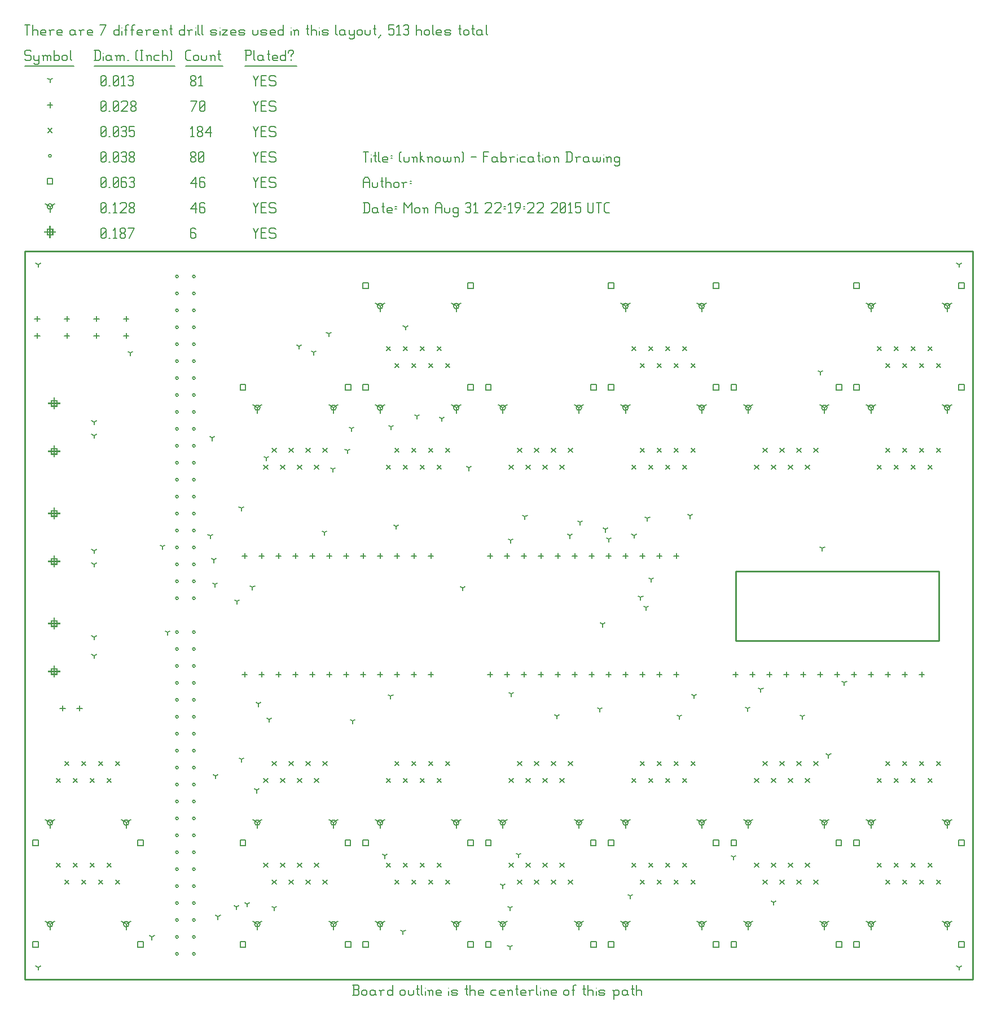
<source format=gbr>
G04 start of page 12 for group -3984 idx -3984 *
G04 Title: (unknown), fab *
G04 Creator: pcb 1.99z *
G04 CreationDate: Mon Aug 31 22:19:22 2015 UTC *
G04 For: commonadmin *
G04 Format: Gerber/RS-274X *
G04 PCB-Dimensions (mil): 5600.00 4300.00 *
G04 PCB-Coordinate-Origin: lower left *
%MOIN*%
%FSLAX25Y25*%
%LNFAB*%
%ADD95C,0.0100*%
%ADD94C,0.0075*%
%ADD93C,0.0060*%
%ADD92R,0.0080X0.0080*%
G54D92*X17500Y343200D02*Y336800D01*
X14300Y340000D02*X20700D01*
X15900Y341600D02*X19100D01*
X15900D02*Y338400D01*
X19100D01*
Y341600D02*Y338400D01*
X17500Y314854D02*Y308454D01*
X14300Y311654D02*X20700D01*
X15900Y313254D02*X19100D01*
X15900D02*Y310054D01*
X19100D01*
Y313254D02*Y310054D01*
X17500Y213200D02*Y206800D01*
X14300Y210000D02*X20700D01*
X15900Y211600D02*X19100D01*
X15900D02*Y208400D01*
X19100D01*
Y211600D02*Y208400D01*
X17500Y184854D02*Y178454D01*
X14300Y181654D02*X20700D01*
X15900Y183254D02*X19100D01*
X15900D02*Y180054D01*
X19100D01*
Y183254D02*Y180054D01*
X17500Y278200D02*Y271800D01*
X14300Y275000D02*X20700D01*
X15900Y276600D02*X19100D01*
X15900D02*Y273400D01*
X19100D01*
Y276600D02*Y273400D01*
X17500Y249854D02*Y243454D01*
X14300Y246654D02*X20700D01*
X15900Y248254D02*X19100D01*
X15900D02*Y245054D01*
X19100D01*
Y248254D02*Y245054D01*
X15000Y444450D02*Y438050D01*
X11800Y441250D02*X18200D01*
X13400Y442850D02*X16600D01*
X13400D02*Y439650D01*
X16600D01*
Y442850D02*Y439650D01*
G54D93*X135000Y443500D02*X136500Y440500D01*
X138000Y443500D01*
X136500Y440500D02*Y437500D01*
X139800Y440800D02*X142050D01*
X139800Y437500D02*X142800D01*
X139800Y443500D02*Y437500D01*
Y443500D02*X142800D01*
X147600D02*X148350Y442750D01*
X145350Y443500D02*X147600D01*
X144600Y442750D02*X145350Y443500D01*
X144600Y442750D02*Y441250D01*
X145350Y440500D01*
X147600D01*
X148350Y439750D01*
Y438250D01*
X147600Y437500D02*X148350Y438250D01*
X145350Y437500D02*X147600D01*
X144600Y438250D02*X145350Y437500D01*
X100250Y443500D02*X101000Y442750D01*
X98750Y443500D02*X100250D01*
X98000Y442750D02*X98750Y443500D01*
X98000Y442750D02*Y438250D01*
X98750Y437500D01*
X100250Y440800D02*X101000Y440050D01*
X98000Y440800D02*X100250D01*
X98750Y437500D02*X100250D01*
X101000Y438250D01*
Y440050D02*Y438250D01*
X45000D02*X45750Y437500D01*
X45000Y442750D02*Y438250D01*
Y442750D02*X45750Y443500D01*
X47250D01*
X48000Y442750D01*
Y438250D01*
X47250Y437500D02*X48000Y438250D01*
X45750Y437500D02*X47250D01*
X45000Y439000D02*X48000Y442000D01*
X49800Y437500D02*X50550D01*
X52350Y442300D02*X53550Y443500D01*
Y437500D01*
X52350D02*X54600D01*
X56400Y438250D02*X57150Y437500D01*
X56400Y439450D02*Y438250D01*
Y439450D02*X57450Y440500D01*
X58350D01*
X59400Y439450D01*
Y438250D01*
X58650Y437500D02*X59400Y438250D01*
X57150Y437500D02*X58650D01*
X56400Y441550D02*X57450Y440500D01*
X56400Y442750D02*Y441550D01*
Y442750D02*X57150Y443500D01*
X58650D01*
X59400Y442750D01*
Y441550D01*
X58350Y440500D02*X59400Y441550D01*
X61950Y437500D02*X64950Y443500D01*
X61200D02*X64950D01*
X137500Y92500D02*Y89300D01*
Y92500D02*X140273Y94100D01*
X137500Y92500D02*X134727Y94100D01*
X135900Y92500D02*G75*G03X139100Y92500I1600J0D01*G01*
G75*G03X135900Y92500I-1600J0D01*G01*
X182500D02*Y89300D01*
Y92500D02*X185273Y94100D01*
X182500Y92500D02*X179727Y94100D01*
X180900Y92500D02*G75*G03X184100Y92500I1600J0D01*G01*
G75*G03X180900Y92500I-1600J0D01*G01*
X210000D02*Y89300D01*
Y92500D02*X212773Y94100D01*
X210000Y92500D02*X207227Y94100D01*
X208400Y92500D02*G75*G03X211600Y92500I1600J0D01*G01*
G75*G03X208400Y92500I-1600J0D01*G01*
X255000D02*Y89300D01*
Y92500D02*X257773Y94100D01*
X255000Y92500D02*X252227Y94100D01*
X253400Y92500D02*G75*G03X256600Y92500I1600J0D01*G01*
G75*G03X253400Y92500I-1600J0D01*G01*
X355000D02*Y89300D01*
Y92500D02*X357773Y94100D01*
X355000Y92500D02*X352227Y94100D01*
X353400Y92500D02*G75*G03X356600Y92500I1600J0D01*G01*
G75*G03X353400Y92500I-1600J0D01*G01*
X400000D02*Y89300D01*
Y92500D02*X402773Y94100D01*
X400000Y92500D02*X397227Y94100D01*
X398400Y92500D02*G75*G03X401600Y92500I1600J0D01*G01*
G75*G03X398400Y92500I-1600J0D01*G01*
X427500D02*Y89300D01*
Y92500D02*X430273Y94100D01*
X427500Y92500D02*X424727Y94100D01*
X425900Y92500D02*G75*G03X429100Y92500I1600J0D01*G01*
G75*G03X425900Y92500I-1600J0D01*G01*
X472500D02*Y89300D01*
Y92500D02*X475273Y94100D01*
X472500Y92500D02*X469727Y94100D01*
X470900Y92500D02*G75*G03X474100Y92500I1600J0D01*G01*
G75*G03X470900Y92500I-1600J0D01*G01*
X500000D02*Y89300D01*
Y92500D02*X502773Y94100D01*
X500000Y92500D02*X497227Y94100D01*
X498400Y92500D02*G75*G03X501600Y92500I1600J0D01*G01*
G75*G03X498400Y92500I-1600J0D01*G01*
X545000D02*Y89300D01*
Y92500D02*X547773Y94100D01*
X545000Y92500D02*X542227Y94100D01*
X543400Y92500D02*G75*G03X546600Y92500I1600J0D01*G01*
G75*G03X543400Y92500I-1600J0D01*G01*
X182500Y32500D02*Y29300D01*
Y32500D02*X185273Y34100D01*
X182500Y32500D02*X179727Y34100D01*
X180900Y32500D02*G75*G03X184100Y32500I1600J0D01*G01*
G75*G03X180900Y32500I-1600J0D01*G01*
X137500D02*Y29300D01*
Y32500D02*X140273Y34100D01*
X137500Y32500D02*X134727Y34100D01*
X135900Y32500D02*G75*G03X139100Y32500I1600J0D01*G01*
G75*G03X135900Y32500I-1600J0D01*G01*
X255000D02*Y29300D01*
Y32500D02*X257773Y34100D01*
X255000Y32500D02*X252227Y34100D01*
X253400Y32500D02*G75*G03X256600Y32500I1600J0D01*G01*
G75*G03X253400Y32500I-1600J0D01*G01*
X210000D02*Y29300D01*
Y32500D02*X212773Y34100D01*
X210000Y32500D02*X207227Y34100D01*
X208400Y32500D02*G75*G03X211600Y32500I1600J0D01*G01*
G75*G03X208400Y32500I-1600J0D01*G01*
X327500D02*Y29300D01*
Y32500D02*X330273Y34100D01*
X327500Y32500D02*X324727Y34100D01*
X325900Y32500D02*G75*G03X329100Y32500I1600J0D01*G01*
G75*G03X325900Y32500I-1600J0D01*G01*
X282500D02*Y29300D01*
Y32500D02*X285273Y34100D01*
X282500Y32500D02*X279727Y34100D01*
X280900Y32500D02*G75*G03X284100Y32500I1600J0D01*G01*
G75*G03X280900Y32500I-1600J0D01*G01*
X400000D02*Y29300D01*
Y32500D02*X402773Y34100D01*
X400000Y32500D02*X397227Y34100D01*
X398400Y32500D02*G75*G03X401600Y32500I1600J0D01*G01*
G75*G03X398400Y32500I-1600J0D01*G01*
X355000D02*Y29300D01*
Y32500D02*X357773Y34100D01*
X355000Y32500D02*X352227Y34100D01*
X353400Y32500D02*G75*G03X356600Y32500I1600J0D01*G01*
G75*G03X353400Y32500I-1600J0D01*G01*
X472500D02*Y29300D01*
Y32500D02*X475273Y34100D01*
X472500Y32500D02*X469727Y34100D01*
X470900Y32500D02*G75*G03X474100Y32500I1600J0D01*G01*
G75*G03X470900Y32500I-1600J0D01*G01*
X427500D02*Y29300D01*
Y32500D02*X430273Y34100D01*
X427500Y32500D02*X424727Y34100D01*
X425900Y32500D02*G75*G03X429100Y32500I1600J0D01*G01*
G75*G03X425900Y32500I-1600J0D01*G01*
X545000D02*Y29300D01*
Y32500D02*X547773Y34100D01*
X545000Y32500D02*X542227Y34100D01*
X543400Y32500D02*G75*G03X546600Y32500I1600J0D01*G01*
G75*G03X543400Y32500I-1600J0D01*G01*
X500000D02*Y29300D01*
Y32500D02*X502773Y34100D01*
X500000Y32500D02*X497227Y34100D01*
X498400Y32500D02*G75*G03X501600Y32500I1600J0D01*G01*
G75*G03X498400Y32500I-1600J0D01*G01*
X282500Y92500D02*Y89300D01*
Y92500D02*X285273Y94100D01*
X282500Y92500D02*X279727Y94100D01*
X280900Y92500D02*G75*G03X284100Y92500I1600J0D01*G01*
G75*G03X280900Y92500I-1600J0D01*G01*
X327500D02*Y89300D01*
Y92500D02*X330273Y94100D01*
X327500Y92500D02*X324727Y94100D01*
X325900Y92500D02*G75*G03X329100Y92500I1600J0D01*G01*
G75*G03X325900Y92500I-1600J0D01*G01*
X182500Y337500D02*Y334300D01*
Y337500D02*X185273Y339100D01*
X182500Y337500D02*X179727Y339100D01*
X180900Y337500D02*G75*G03X184100Y337500I1600J0D01*G01*
G75*G03X180900Y337500I-1600J0D01*G01*
X137500D02*Y334300D01*
Y337500D02*X140273Y339100D01*
X137500Y337500D02*X134727Y339100D01*
X135900Y337500D02*G75*G03X139100Y337500I1600J0D01*G01*
G75*G03X135900Y337500I-1600J0D01*G01*
X255000D02*Y334300D01*
Y337500D02*X257773Y339100D01*
X255000Y337500D02*X252227Y339100D01*
X253400Y337500D02*G75*G03X256600Y337500I1600J0D01*G01*
G75*G03X253400Y337500I-1600J0D01*G01*
X210000D02*Y334300D01*
Y337500D02*X212773Y339100D01*
X210000Y337500D02*X207227Y339100D01*
X208400Y337500D02*G75*G03X211600Y337500I1600J0D01*G01*
G75*G03X208400Y337500I-1600J0D01*G01*
X327500D02*Y334300D01*
Y337500D02*X330273Y339100D01*
X327500Y337500D02*X324727Y339100D01*
X325900Y337500D02*G75*G03X329100Y337500I1600J0D01*G01*
G75*G03X325900Y337500I-1600J0D01*G01*
X282500D02*Y334300D01*
Y337500D02*X285273Y339100D01*
X282500Y337500D02*X279727Y339100D01*
X280900Y337500D02*G75*G03X284100Y337500I1600J0D01*G01*
G75*G03X280900Y337500I-1600J0D01*G01*
X400000D02*Y334300D01*
Y337500D02*X402773Y339100D01*
X400000Y337500D02*X397227Y339100D01*
X398400Y337500D02*G75*G03X401600Y337500I1600J0D01*G01*
G75*G03X398400Y337500I-1600J0D01*G01*
X355000D02*Y334300D01*
Y337500D02*X357773Y339100D01*
X355000Y337500D02*X352227Y339100D01*
X353400Y337500D02*G75*G03X356600Y337500I1600J0D01*G01*
G75*G03X353400Y337500I-1600J0D01*G01*
X472500D02*Y334300D01*
Y337500D02*X475273Y339100D01*
X472500Y337500D02*X469727Y339100D01*
X470900Y337500D02*G75*G03X474100Y337500I1600J0D01*G01*
G75*G03X470900Y337500I-1600J0D01*G01*
X427500D02*Y334300D01*
Y337500D02*X430273Y339100D01*
X427500Y337500D02*X424727Y339100D01*
X425900Y337500D02*G75*G03X429100Y337500I1600J0D01*G01*
G75*G03X425900Y337500I-1600J0D01*G01*
X545000D02*Y334300D01*
Y337500D02*X547773Y339100D01*
X545000Y337500D02*X542227Y339100D01*
X543400Y337500D02*G75*G03X546600Y337500I1600J0D01*G01*
G75*G03X543400Y337500I-1600J0D01*G01*
X500000D02*Y334300D01*
Y337500D02*X502773Y339100D01*
X500000Y337500D02*X497227Y339100D01*
X498400Y337500D02*G75*G03X501600Y337500I1600J0D01*G01*
G75*G03X498400Y337500I-1600J0D01*G01*
X210000Y397500D02*Y394300D01*
Y397500D02*X212773Y399100D01*
X210000Y397500D02*X207227Y399100D01*
X208400Y397500D02*G75*G03X211600Y397500I1600J0D01*G01*
G75*G03X208400Y397500I-1600J0D01*G01*
X255000D02*Y394300D01*
Y397500D02*X257773Y399100D01*
X255000Y397500D02*X252227Y399100D01*
X253400Y397500D02*G75*G03X256600Y397500I1600J0D01*G01*
G75*G03X253400Y397500I-1600J0D01*G01*
X355000D02*Y394300D01*
Y397500D02*X357773Y399100D01*
X355000Y397500D02*X352227Y399100D01*
X353400Y397500D02*G75*G03X356600Y397500I1600J0D01*G01*
G75*G03X353400Y397500I-1600J0D01*G01*
X400000D02*Y394300D01*
Y397500D02*X402773Y399100D01*
X400000Y397500D02*X397227Y399100D01*
X398400Y397500D02*G75*G03X401600Y397500I1600J0D01*G01*
G75*G03X398400Y397500I-1600J0D01*G01*
X500000D02*Y394300D01*
Y397500D02*X502773Y399100D01*
X500000Y397500D02*X497227Y399100D01*
X498400Y397500D02*G75*G03X501600Y397500I1600J0D01*G01*
G75*G03X498400Y397500I-1600J0D01*G01*
X545000D02*Y394300D01*
Y397500D02*X547773Y399100D01*
X545000Y397500D02*X542227Y399100D01*
X543400Y397500D02*G75*G03X546600Y397500I1600J0D01*G01*
G75*G03X543400Y397500I-1600J0D01*G01*
X15000Y92500D02*Y89300D01*
Y92500D02*X17773Y94100D01*
X15000Y92500D02*X12227Y94100D01*
X13400Y92500D02*G75*G03X16600Y92500I1600J0D01*G01*
G75*G03X13400Y92500I-1600J0D01*G01*
X60000D02*Y89300D01*
Y92500D02*X62773Y94100D01*
X60000Y92500D02*X57227Y94100D01*
X58400Y92500D02*G75*G03X61600Y92500I1600J0D01*G01*
G75*G03X58400Y92500I-1600J0D01*G01*
X60000Y32500D02*Y29300D01*
Y32500D02*X62773Y34100D01*
X60000Y32500D02*X57227Y34100D01*
X58400Y32500D02*G75*G03X61600Y32500I1600J0D01*G01*
G75*G03X58400Y32500I-1600J0D01*G01*
X15000D02*Y29300D01*
Y32500D02*X17773Y34100D01*
X15000Y32500D02*X12227Y34100D01*
X13400Y32500D02*G75*G03X16600Y32500I1600J0D01*G01*
G75*G03X13400Y32500I-1600J0D01*G01*
X15000Y456250D02*Y453050D01*
Y456250D02*X17773Y457850D01*
X15000Y456250D02*X12227Y457850D01*
X13400Y456250D02*G75*G03X16600Y456250I1600J0D01*G01*
G75*G03X13400Y456250I-1600J0D01*G01*
X135000Y458500D02*X136500Y455500D01*
X138000Y458500D01*
X136500Y455500D02*Y452500D01*
X139800Y455800D02*X142050D01*
X139800Y452500D02*X142800D01*
X139800Y458500D02*Y452500D01*
Y458500D02*X142800D01*
X147600D02*X148350Y457750D01*
X145350Y458500D02*X147600D01*
X144600Y457750D02*X145350Y458500D01*
X144600Y457750D02*Y456250D01*
X145350Y455500D01*
X147600D01*
X148350Y454750D01*
Y453250D01*
X147600Y452500D02*X148350Y453250D01*
X145350Y452500D02*X147600D01*
X144600Y453250D02*X145350Y452500D01*
X98000Y454750D02*X101000Y458500D01*
X98000Y454750D02*X101750D01*
X101000Y458500D02*Y452500D01*
X105800Y458500D02*X106550Y457750D01*
X104300Y458500D02*X105800D01*
X103550Y457750D02*X104300Y458500D01*
X103550Y457750D02*Y453250D01*
X104300Y452500D01*
X105800Y455800D02*X106550Y455050D01*
X103550Y455800D02*X105800D01*
X104300Y452500D02*X105800D01*
X106550Y453250D01*
Y455050D02*Y453250D01*
X45000D02*X45750Y452500D01*
X45000Y457750D02*Y453250D01*
Y457750D02*X45750Y458500D01*
X47250D01*
X48000Y457750D01*
Y453250D01*
X47250Y452500D02*X48000Y453250D01*
X45750Y452500D02*X47250D01*
X45000Y454000D02*X48000Y457000D01*
X49800Y452500D02*X50550D01*
X52350Y457300D02*X53550Y458500D01*
Y452500D01*
X52350D02*X54600D01*
X56400Y457750D02*X57150Y458500D01*
X59400D01*
X60150Y457750D01*
Y456250D01*
X56400Y452500D02*X60150Y456250D01*
X56400Y452500D02*X60150D01*
X61950Y453250D02*X62700Y452500D01*
X61950Y454450D02*Y453250D01*
Y454450D02*X63000Y455500D01*
X63900D01*
X64950Y454450D01*
Y453250D01*
X64200Y452500D02*X64950Y453250D01*
X62700Y452500D02*X64200D01*
X61950Y456550D02*X63000Y455500D01*
X61950Y457750D02*Y456550D01*
Y457750D02*X62700Y458500D01*
X64200D01*
X64950Y457750D01*
Y456550D01*
X63900Y455500D02*X64950Y456550D01*
X127357Y82092D02*X130557D01*
X127357D02*Y78892D01*
X130557D01*
Y82092D02*Y78892D01*
X189365Y82092D02*X192565D01*
X189365D02*Y78892D01*
X192565D01*
Y82092D02*Y78892D01*
X199857Y82092D02*X203057D01*
X199857D02*Y78892D01*
X203057D01*
Y82092D02*Y78892D01*
X261865Y82092D02*X265065D01*
X261865D02*Y78892D01*
X265065D01*
Y82092D02*Y78892D01*
X344857Y82092D02*X348057D01*
X344857D02*Y78892D01*
X348057D01*
Y82092D02*Y78892D01*
X406865Y82092D02*X410065D01*
X406865D02*Y78892D01*
X410065D01*
Y82092D02*Y78892D01*
X417357Y82092D02*X420557D01*
X417357D02*Y78892D01*
X420557D01*
Y82092D02*Y78892D01*
X479365Y82092D02*X482565D01*
X479365D02*Y78892D01*
X482565D01*
Y82092D02*Y78892D01*
X489857Y82092D02*X493057D01*
X489857D02*Y78892D01*
X493057D01*
Y82092D02*Y78892D01*
X551865Y82092D02*X555065D01*
X551865D02*Y78892D01*
X555065D01*
Y82092D02*Y78892D01*
X189443Y22092D02*X192643D01*
X189443D02*Y18892D01*
X192643D01*
Y22092D02*Y18892D01*
X127435Y22092D02*X130635D01*
X127435D02*Y18892D01*
X130635D01*
Y22092D02*Y18892D01*
X261943Y22092D02*X265143D01*
X261943D02*Y18892D01*
X265143D01*
Y22092D02*Y18892D01*
X199935Y22092D02*X203135D01*
X199935D02*Y18892D01*
X203135D01*
Y22092D02*Y18892D01*
X334443Y22092D02*X337643D01*
X334443D02*Y18892D01*
X337643D01*
Y22092D02*Y18892D01*
X272435Y22092D02*X275635D01*
X272435D02*Y18892D01*
X275635D01*
Y22092D02*Y18892D01*
X406943Y22092D02*X410143D01*
X406943D02*Y18892D01*
X410143D01*
Y22092D02*Y18892D01*
X344935Y22092D02*X348135D01*
X344935D02*Y18892D01*
X348135D01*
Y22092D02*Y18892D01*
X479443Y22092D02*X482643D01*
X479443D02*Y18892D01*
X482643D01*
Y22092D02*Y18892D01*
X417435Y22092D02*X420635D01*
X417435D02*Y18892D01*
X420635D01*
Y22092D02*Y18892D01*
X551943Y22092D02*X555143D01*
X551943D02*Y18892D01*
X555143D01*
Y22092D02*Y18892D01*
X489935Y22092D02*X493135D01*
X489935D02*Y18892D01*
X493135D01*
Y22092D02*Y18892D01*
X272357Y82092D02*X275557D01*
X272357D02*Y78892D01*
X275557D01*
Y82092D02*Y78892D01*
X334365Y82092D02*X337565D01*
X334365D02*Y78892D01*
X337565D01*
Y82092D02*Y78892D01*
X189443Y351108D02*X192643D01*
X189443D02*Y347908D01*
X192643D01*
Y351108D02*Y347908D01*
X127435Y351108D02*X130635D01*
X127435D02*Y347908D01*
X130635D01*
Y351108D02*Y347908D01*
X261943Y351108D02*X265143D01*
X261943D02*Y347908D01*
X265143D01*
Y351108D02*Y347908D01*
X199935Y351108D02*X203135D01*
X199935D02*Y347908D01*
X203135D01*
Y351108D02*Y347908D01*
X334443Y351108D02*X337643D01*
X334443D02*Y347908D01*
X337643D01*
Y351108D02*Y347908D01*
X272435Y351108D02*X275635D01*
X272435D02*Y347908D01*
X275635D01*
Y351108D02*Y347908D01*
X406943Y351108D02*X410143D01*
X406943D02*Y347908D01*
X410143D01*
Y351108D02*Y347908D01*
X344935Y351108D02*X348135D01*
X344935D02*Y347908D01*
X348135D01*
Y351108D02*Y347908D01*
X479443Y351108D02*X482643D01*
X479443D02*Y347908D01*
X482643D01*
Y351108D02*Y347908D01*
X417435Y351108D02*X420635D01*
X417435D02*Y347908D01*
X420635D01*
Y351108D02*Y347908D01*
X551943Y351108D02*X555143D01*
X551943D02*Y347908D01*
X555143D01*
Y351108D02*Y347908D01*
X489935Y351108D02*X493135D01*
X489935D02*Y347908D01*
X493135D01*
Y351108D02*Y347908D01*
X199857Y411108D02*X203057D01*
X199857D02*Y407908D01*
X203057D01*
Y411108D02*Y407908D01*
X261865Y411108D02*X265065D01*
X261865D02*Y407908D01*
X265065D01*
Y411108D02*Y407908D01*
X344857Y411108D02*X348057D01*
X344857D02*Y407908D01*
X348057D01*
Y411108D02*Y407908D01*
X406865Y411108D02*X410065D01*
X406865D02*Y407908D01*
X410065D01*
Y411108D02*Y407908D01*
X489857Y411108D02*X493057D01*
X489857D02*Y407908D01*
X493057D01*
Y411108D02*Y407908D01*
X551865Y411108D02*X555065D01*
X551865D02*Y407908D01*
X555065D01*
Y411108D02*Y407908D01*
X4857Y82092D02*X8057D01*
X4857D02*Y78892D01*
X8057D01*
Y82092D02*Y78892D01*
X66865Y82092D02*X70065D01*
X66865D02*Y78892D01*
X70065D01*
Y82092D02*Y78892D01*
X66943Y22092D02*X70143D01*
X66943D02*Y18892D01*
X70143D01*
Y22092D02*Y18892D01*
X4935Y22092D02*X8135D01*
X4935D02*Y18892D01*
X8135D01*
Y22092D02*Y18892D01*
X13400Y472850D02*X16600D01*
X13400D02*Y469650D01*
X16600D01*
Y472850D02*Y469650D01*
X135000Y473500D02*X136500Y470500D01*
X138000Y473500D01*
X136500Y470500D02*Y467500D01*
X139800Y470800D02*X142050D01*
X139800Y467500D02*X142800D01*
X139800Y473500D02*Y467500D01*
Y473500D02*X142800D01*
X147600D02*X148350Y472750D01*
X145350Y473500D02*X147600D01*
X144600Y472750D02*X145350Y473500D01*
X144600Y472750D02*Y471250D01*
X145350Y470500D01*
X147600D01*
X148350Y469750D01*
Y468250D01*
X147600Y467500D02*X148350Y468250D01*
X145350Y467500D02*X147600D01*
X144600Y468250D02*X145350Y467500D01*
X98000Y469750D02*X101000Y473500D01*
X98000Y469750D02*X101750D01*
X101000Y473500D02*Y467500D01*
X105800Y473500D02*X106550Y472750D01*
X104300Y473500D02*X105800D01*
X103550Y472750D02*X104300Y473500D01*
X103550Y472750D02*Y468250D01*
X104300Y467500D01*
X105800Y470800D02*X106550Y470050D01*
X103550Y470800D02*X105800D01*
X104300Y467500D02*X105800D01*
X106550Y468250D01*
Y470050D02*Y468250D01*
X45000D02*X45750Y467500D01*
X45000Y472750D02*Y468250D01*
Y472750D02*X45750Y473500D01*
X47250D01*
X48000Y472750D01*
Y468250D01*
X47250Y467500D02*X48000Y468250D01*
X45750Y467500D02*X47250D01*
X45000Y469000D02*X48000Y472000D01*
X49800Y467500D02*X50550D01*
X52350Y468250D02*X53100Y467500D01*
X52350Y472750D02*Y468250D01*
Y472750D02*X53100Y473500D01*
X54600D01*
X55350Y472750D01*
Y468250D01*
X54600Y467500D02*X55350Y468250D01*
X53100Y467500D02*X54600D01*
X52350Y469000D02*X55350Y472000D01*
X59400Y473500D02*X60150Y472750D01*
X57900Y473500D02*X59400D01*
X57150Y472750D02*X57900Y473500D01*
X57150Y472750D02*Y468250D01*
X57900Y467500D01*
X59400Y470800D02*X60150Y470050D01*
X57150Y470800D02*X59400D01*
X57900Y467500D02*X59400D01*
X60150Y468250D01*
Y470050D02*Y468250D01*
X61950Y472750D02*X62700Y473500D01*
X64200D01*
X64950Y472750D01*
X64200Y467500D02*X64950Y468250D01*
X62700Y467500D02*X64200D01*
X61950Y468250D02*X62700Y467500D01*
Y470800D02*X64200D01*
X64950Y472750D02*Y471550D01*
Y470050D02*Y468250D01*
Y470050D02*X64200Y470800D01*
X64950Y471550D02*X64200Y470800D01*
X89200Y205000D02*G75*G03X90800Y205000I800J0D01*G01*
G75*G03X89200Y205000I-800J0D01*G01*
X99200D02*G75*G03X100800Y205000I800J0D01*G01*
G75*G03X99200Y205000I-800J0D01*G01*
X89200Y195000D02*G75*G03X90800Y195000I800J0D01*G01*
G75*G03X89200Y195000I-800J0D01*G01*
X99200D02*G75*G03X100800Y195000I800J0D01*G01*
G75*G03X99200Y195000I-800J0D01*G01*
X89200Y185000D02*G75*G03X90800Y185000I800J0D01*G01*
G75*G03X89200Y185000I-800J0D01*G01*
X99200D02*G75*G03X100800Y185000I800J0D01*G01*
G75*G03X99200Y185000I-800J0D01*G01*
X89200Y175000D02*G75*G03X90800Y175000I800J0D01*G01*
G75*G03X89200Y175000I-800J0D01*G01*
X99200D02*G75*G03X100800Y175000I800J0D01*G01*
G75*G03X99200Y175000I-800J0D01*G01*
X89200Y165000D02*G75*G03X90800Y165000I800J0D01*G01*
G75*G03X89200Y165000I-800J0D01*G01*
X99200D02*G75*G03X100800Y165000I800J0D01*G01*
G75*G03X99200Y165000I-800J0D01*G01*
X89200Y155000D02*G75*G03X90800Y155000I800J0D01*G01*
G75*G03X89200Y155000I-800J0D01*G01*
X99200D02*G75*G03X100800Y155000I800J0D01*G01*
G75*G03X99200Y155000I-800J0D01*G01*
X89200Y145000D02*G75*G03X90800Y145000I800J0D01*G01*
G75*G03X89200Y145000I-800J0D01*G01*
X99200D02*G75*G03X100800Y145000I800J0D01*G01*
G75*G03X99200Y145000I-800J0D01*G01*
X89200Y135000D02*G75*G03X90800Y135000I800J0D01*G01*
G75*G03X89200Y135000I-800J0D01*G01*
X99200D02*G75*G03X100800Y135000I800J0D01*G01*
G75*G03X99200Y135000I-800J0D01*G01*
X89200Y125000D02*G75*G03X90800Y125000I800J0D01*G01*
G75*G03X89200Y125000I-800J0D01*G01*
X99200D02*G75*G03X100800Y125000I800J0D01*G01*
G75*G03X99200Y125000I-800J0D01*G01*
X89200Y115000D02*G75*G03X90800Y115000I800J0D01*G01*
G75*G03X89200Y115000I-800J0D01*G01*
X99200D02*G75*G03X100800Y115000I800J0D01*G01*
G75*G03X99200Y115000I-800J0D01*G01*
X89200Y105000D02*G75*G03X90800Y105000I800J0D01*G01*
G75*G03X89200Y105000I-800J0D01*G01*
X99200D02*G75*G03X100800Y105000I800J0D01*G01*
G75*G03X99200Y105000I-800J0D01*G01*
X89200Y95000D02*G75*G03X90800Y95000I800J0D01*G01*
G75*G03X89200Y95000I-800J0D01*G01*
X99200D02*G75*G03X100800Y95000I800J0D01*G01*
G75*G03X99200Y95000I-800J0D01*G01*
X89200Y85000D02*G75*G03X90800Y85000I800J0D01*G01*
G75*G03X89200Y85000I-800J0D01*G01*
X99200D02*G75*G03X100800Y85000I800J0D01*G01*
G75*G03X99200Y85000I-800J0D01*G01*
X89200Y75000D02*G75*G03X90800Y75000I800J0D01*G01*
G75*G03X89200Y75000I-800J0D01*G01*
X99200D02*G75*G03X100800Y75000I800J0D01*G01*
G75*G03X99200Y75000I-800J0D01*G01*
X89200Y65000D02*G75*G03X90800Y65000I800J0D01*G01*
G75*G03X89200Y65000I-800J0D01*G01*
X99200D02*G75*G03X100800Y65000I800J0D01*G01*
G75*G03X99200Y65000I-800J0D01*G01*
X89200Y55000D02*G75*G03X90800Y55000I800J0D01*G01*
G75*G03X89200Y55000I-800J0D01*G01*
X99200D02*G75*G03X100800Y55000I800J0D01*G01*
G75*G03X99200Y55000I-800J0D01*G01*
X89200Y45000D02*G75*G03X90800Y45000I800J0D01*G01*
G75*G03X89200Y45000I-800J0D01*G01*
X99200D02*G75*G03X100800Y45000I800J0D01*G01*
G75*G03X99200Y45000I-800J0D01*G01*
X89200Y35000D02*G75*G03X90800Y35000I800J0D01*G01*
G75*G03X89200Y35000I-800J0D01*G01*
X99200D02*G75*G03X100800Y35000I800J0D01*G01*
G75*G03X99200Y35000I-800J0D01*G01*
X89200Y25000D02*G75*G03X90800Y25000I800J0D01*G01*
G75*G03X89200Y25000I-800J0D01*G01*
X99200D02*G75*G03X100800Y25000I800J0D01*G01*
G75*G03X99200Y25000I-800J0D01*G01*
X89200Y15000D02*G75*G03X90800Y15000I800J0D01*G01*
G75*G03X89200Y15000I-800J0D01*G01*
X99200D02*G75*G03X100800Y15000I800J0D01*G01*
G75*G03X99200Y15000I-800J0D01*G01*
X89200Y415000D02*G75*G03X90800Y415000I800J0D01*G01*
G75*G03X89200Y415000I-800J0D01*G01*
X99200D02*G75*G03X100800Y415000I800J0D01*G01*
G75*G03X99200Y415000I-800J0D01*G01*
X89200Y405000D02*G75*G03X90800Y405000I800J0D01*G01*
G75*G03X89200Y405000I-800J0D01*G01*
X99200D02*G75*G03X100800Y405000I800J0D01*G01*
G75*G03X99200Y405000I-800J0D01*G01*
X89200Y395000D02*G75*G03X90800Y395000I800J0D01*G01*
G75*G03X89200Y395000I-800J0D01*G01*
X99200D02*G75*G03X100800Y395000I800J0D01*G01*
G75*G03X99200Y395000I-800J0D01*G01*
X89200Y385000D02*G75*G03X90800Y385000I800J0D01*G01*
G75*G03X89200Y385000I-800J0D01*G01*
X99200D02*G75*G03X100800Y385000I800J0D01*G01*
G75*G03X99200Y385000I-800J0D01*G01*
X89200Y375000D02*G75*G03X90800Y375000I800J0D01*G01*
G75*G03X89200Y375000I-800J0D01*G01*
X99200D02*G75*G03X100800Y375000I800J0D01*G01*
G75*G03X99200Y375000I-800J0D01*G01*
X89200Y365000D02*G75*G03X90800Y365000I800J0D01*G01*
G75*G03X89200Y365000I-800J0D01*G01*
X99200D02*G75*G03X100800Y365000I800J0D01*G01*
G75*G03X99200Y365000I-800J0D01*G01*
X89200Y355000D02*G75*G03X90800Y355000I800J0D01*G01*
G75*G03X89200Y355000I-800J0D01*G01*
X99200D02*G75*G03X100800Y355000I800J0D01*G01*
G75*G03X99200Y355000I-800J0D01*G01*
X89200Y345000D02*G75*G03X90800Y345000I800J0D01*G01*
G75*G03X89200Y345000I-800J0D01*G01*
X99200D02*G75*G03X100800Y345000I800J0D01*G01*
G75*G03X99200Y345000I-800J0D01*G01*
X89200Y335000D02*G75*G03X90800Y335000I800J0D01*G01*
G75*G03X89200Y335000I-800J0D01*G01*
X99200D02*G75*G03X100800Y335000I800J0D01*G01*
G75*G03X99200Y335000I-800J0D01*G01*
X89200Y325000D02*G75*G03X90800Y325000I800J0D01*G01*
G75*G03X89200Y325000I-800J0D01*G01*
X99200D02*G75*G03X100800Y325000I800J0D01*G01*
G75*G03X99200Y325000I-800J0D01*G01*
X89200Y315000D02*G75*G03X90800Y315000I800J0D01*G01*
G75*G03X89200Y315000I-800J0D01*G01*
X99200D02*G75*G03X100800Y315000I800J0D01*G01*
G75*G03X99200Y315000I-800J0D01*G01*
X89200Y305000D02*G75*G03X90800Y305000I800J0D01*G01*
G75*G03X89200Y305000I-800J0D01*G01*
X99200D02*G75*G03X100800Y305000I800J0D01*G01*
G75*G03X99200Y305000I-800J0D01*G01*
X89200Y295000D02*G75*G03X90800Y295000I800J0D01*G01*
G75*G03X89200Y295000I-800J0D01*G01*
X99200D02*G75*G03X100800Y295000I800J0D01*G01*
G75*G03X99200Y295000I-800J0D01*G01*
X89200Y285000D02*G75*G03X90800Y285000I800J0D01*G01*
G75*G03X89200Y285000I-800J0D01*G01*
X99200D02*G75*G03X100800Y285000I800J0D01*G01*
G75*G03X99200Y285000I-800J0D01*G01*
X89200Y275000D02*G75*G03X90800Y275000I800J0D01*G01*
G75*G03X89200Y275000I-800J0D01*G01*
X99200D02*G75*G03X100800Y275000I800J0D01*G01*
G75*G03X99200Y275000I-800J0D01*G01*
X89200Y265000D02*G75*G03X90800Y265000I800J0D01*G01*
G75*G03X89200Y265000I-800J0D01*G01*
X99200D02*G75*G03X100800Y265000I800J0D01*G01*
G75*G03X99200Y265000I-800J0D01*G01*
X89200Y255000D02*G75*G03X90800Y255000I800J0D01*G01*
G75*G03X89200Y255000I-800J0D01*G01*
X99200D02*G75*G03X100800Y255000I800J0D01*G01*
G75*G03X99200Y255000I-800J0D01*G01*
X89200Y245000D02*G75*G03X90800Y245000I800J0D01*G01*
G75*G03X89200Y245000I-800J0D01*G01*
X99200D02*G75*G03X100800Y245000I800J0D01*G01*
G75*G03X99200Y245000I-800J0D01*G01*
X89200Y235000D02*G75*G03X90800Y235000I800J0D01*G01*
G75*G03X89200Y235000I-800J0D01*G01*
X99200D02*G75*G03X100800Y235000I800J0D01*G01*
G75*G03X99200Y235000I-800J0D01*G01*
X89200Y225000D02*G75*G03X90800Y225000I800J0D01*G01*
G75*G03X89200Y225000I-800J0D01*G01*
X99200D02*G75*G03X100800Y225000I800J0D01*G01*
G75*G03X99200Y225000I-800J0D01*G01*
X14200Y486250D02*G75*G03X15800Y486250I800J0D01*G01*
G75*G03X14200Y486250I-800J0D01*G01*
X135000Y488500D02*X136500Y485500D01*
X138000Y488500D01*
X136500Y485500D02*Y482500D01*
X139800Y485800D02*X142050D01*
X139800Y482500D02*X142800D01*
X139800Y488500D02*Y482500D01*
Y488500D02*X142800D01*
X147600D02*X148350Y487750D01*
X145350Y488500D02*X147600D01*
X144600Y487750D02*X145350Y488500D01*
X144600Y487750D02*Y486250D01*
X145350Y485500D01*
X147600D01*
X148350Y484750D01*
Y483250D01*
X147600Y482500D02*X148350Y483250D01*
X145350Y482500D02*X147600D01*
X144600Y483250D02*X145350Y482500D01*
X98000Y483250D02*X98750Y482500D01*
X98000Y484450D02*Y483250D01*
Y484450D02*X99050Y485500D01*
X99950D01*
X101000Y484450D01*
Y483250D01*
X100250Y482500D02*X101000Y483250D01*
X98750Y482500D02*X100250D01*
X98000Y486550D02*X99050Y485500D01*
X98000Y487750D02*Y486550D01*
Y487750D02*X98750Y488500D01*
X100250D01*
X101000Y487750D01*
Y486550D01*
X99950Y485500D02*X101000Y486550D01*
X102800Y483250D02*X103550Y482500D01*
X102800Y487750D02*Y483250D01*
Y487750D02*X103550Y488500D01*
X105050D01*
X105800Y487750D01*
Y483250D01*
X105050Y482500D02*X105800Y483250D01*
X103550Y482500D02*X105050D01*
X102800Y484000D02*X105800Y487000D01*
X45000Y483250D02*X45750Y482500D01*
X45000Y487750D02*Y483250D01*
Y487750D02*X45750Y488500D01*
X47250D01*
X48000Y487750D01*
Y483250D01*
X47250Y482500D02*X48000Y483250D01*
X45750Y482500D02*X47250D01*
X45000Y484000D02*X48000Y487000D01*
X49800Y482500D02*X50550D01*
X52350Y483250D02*X53100Y482500D01*
X52350Y487750D02*Y483250D01*
Y487750D02*X53100Y488500D01*
X54600D01*
X55350Y487750D01*
Y483250D01*
X54600Y482500D02*X55350Y483250D01*
X53100Y482500D02*X54600D01*
X52350Y484000D02*X55350Y487000D01*
X57150Y487750D02*X57900Y488500D01*
X59400D01*
X60150Y487750D01*
X59400Y482500D02*X60150Y483250D01*
X57900Y482500D02*X59400D01*
X57150Y483250D02*X57900Y482500D01*
Y485800D02*X59400D01*
X60150Y487750D02*Y486550D01*
Y485050D02*Y483250D01*
Y485050D02*X59400Y485800D01*
X60150Y486550D02*X59400Y485800D01*
X61950Y483250D02*X62700Y482500D01*
X61950Y484450D02*Y483250D01*
Y484450D02*X63000Y485500D01*
X63900D01*
X64950Y484450D01*
Y483250D01*
X64200Y482500D02*X64950Y483250D01*
X62700Y482500D02*X64200D01*
X61950Y486550D02*X63000Y485500D01*
X61950Y487750D02*Y486550D01*
Y487750D02*X62700Y488500D01*
X64200D01*
X64950Y487750D01*
Y486550D01*
X63900Y485500D02*X64950Y486550D01*
X146300Y128700D02*X148700Y126300D01*
X146300D02*X148700Y128700D01*
X156300D02*X158700Y126300D01*
X156300D02*X158700Y128700D01*
X166300D02*X168700Y126300D01*
X166300D02*X168700Y128700D01*
X176300D02*X178700Y126300D01*
X176300D02*X178700Y128700D01*
X141300Y118700D02*X143700Y116300D01*
X141300D02*X143700Y118700D01*
X151300D02*X153700Y116300D01*
X151300D02*X153700Y118700D01*
X161300D02*X163700Y116300D01*
X161300D02*X163700Y118700D01*
X171300D02*X173700Y116300D01*
X171300D02*X173700Y118700D01*
X218800Y128700D02*X221200Y126300D01*
X218800D02*X221200Y128700D01*
X228800D02*X231200Y126300D01*
X228800D02*X231200Y128700D01*
X238800D02*X241200Y126300D01*
X238800D02*X241200Y128700D01*
X248800D02*X251200Y126300D01*
X248800D02*X251200Y128700D01*
X213800Y118700D02*X216200Y116300D01*
X213800D02*X216200Y118700D01*
X223800D02*X226200Y116300D01*
X223800D02*X226200Y118700D01*
X233800D02*X236200Y116300D01*
X233800D02*X236200Y118700D01*
X243800D02*X246200Y116300D01*
X243800D02*X246200Y118700D01*
X363800Y128700D02*X366200Y126300D01*
X363800D02*X366200Y128700D01*
X373800D02*X376200Y126300D01*
X373800D02*X376200Y128700D01*
X383800D02*X386200Y126300D01*
X383800D02*X386200Y128700D01*
X393800D02*X396200Y126300D01*
X393800D02*X396200Y128700D01*
X358800Y118700D02*X361200Y116300D01*
X358800D02*X361200Y118700D01*
X368800D02*X371200Y116300D01*
X368800D02*X371200Y118700D01*
X378800D02*X381200Y116300D01*
X378800D02*X381200Y118700D01*
X388800D02*X391200Y116300D01*
X388800D02*X391200Y118700D01*
X436300Y128700D02*X438700Y126300D01*
X436300D02*X438700Y128700D01*
X446300D02*X448700Y126300D01*
X446300D02*X448700Y128700D01*
X456300D02*X458700Y126300D01*
X456300D02*X458700Y128700D01*
X466300D02*X468700Y126300D01*
X466300D02*X468700Y128700D01*
X431300Y118700D02*X433700Y116300D01*
X431300D02*X433700Y118700D01*
X441300D02*X443700Y116300D01*
X441300D02*X443700Y118700D01*
X451300D02*X453700Y116300D01*
X451300D02*X453700Y118700D01*
X461300D02*X463700Y116300D01*
X461300D02*X463700Y118700D01*
X508800Y128700D02*X511200Y126300D01*
X508800D02*X511200Y128700D01*
X518800D02*X521200Y126300D01*
X518800D02*X521200Y128700D01*
X528800D02*X531200Y126300D01*
X528800D02*X531200Y128700D01*
X538800D02*X541200Y126300D01*
X538800D02*X541200Y128700D01*
X503800Y118700D02*X506200Y116300D01*
X503800D02*X506200Y118700D01*
X513800D02*X516200Y116300D01*
X513800D02*X516200Y118700D01*
X523800D02*X526200Y116300D01*
X523800D02*X526200Y118700D01*
X533800D02*X536200Y116300D01*
X533800D02*X536200Y118700D01*
X171300Y68700D02*X173700Y66300D01*
X171300D02*X173700Y68700D01*
X161300D02*X163700Y66300D01*
X161300D02*X163700Y68700D01*
X151300D02*X153700Y66300D01*
X151300D02*X153700Y68700D01*
X141300D02*X143700Y66300D01*
X141300D02*X143700Y68700D01*
X176300Y58700D02*X178700Y56300D01*
X176300D02*X178700Y58700D01*
X166300D02*X168700Y56300D01*
X166300D02*X168700Y58700D01*
X156300D02*X158700Y56300D01*
X156300D02*X158700Y58700D01*
X146300D02*X148700Y56300D01*
X146300D02*X148700Y58700D01*
X243800Y68700D02*X246200Y66300D01*
X243800D02*X246200Y68700D01*
X233800D02*X236200Y66300D01*
X233800D02*X236200Y68700D01*
X223800D02*X226200Y66300D01*
X223800D02*X226200Y68700D01*
X213800D02*X216200Y66300D01*
X213800D02*X216200Y68700D01*
X248800Y58700D02*X251200Y56300D01*
X248800D02*X251200Y58700D01*
X238800D02*X241200Y56300D01*
X238800D02*X241200Y58700D01*
X228800D02*X231200Y56300D01*
X228800D02*X231200Y58700D01*
X218800D02*X221200Y56300D01*
X218800D02*X221200Y58700D01*
X316300Y68700D02*X318700Y66300D01*
X316300D02*X318700Y68700D01*
X306300D02*X308700Y66300D01*
X306300D02*X308700Y68700D01*
X296300D02*X298700Y66300D01*
X296300D02*X298700Y68700D01*
X286300D02*X288700Y66300D01*
X286300D02*X288700Y68700D01*
X321300Y58700D02*X323700Y56300D01*
X321300D02*X323700Y58700D01*
X311300D02*X313700Y56300D01*
X311300D02*X313700Y58700D01*
X301300D02*X303700Y56300D01*
X301300D02*X303700Y58700D01*
X291300D02*X293700Y56300D01*
X291300D02*X293700Y58700D01*
X388800Y68700D02*X391200Y66300D01*
X388800D02*X391200Y68700D01*
X378800D02*X381200Y66300D01*
X378800D02*X381200Y68700D01*
X368800D02*X371200Y66300D01*
X368800D02*X371200Y68700D01*
X358800D02*X361200Y66300D01*
X358800D02*X361200Y68700D01*
X393800Y58700D02*X396200Y56300D01*
X393800D02*X396200Y58700D01*
X383800D02*X386200Y56300D01*
X383800D02*X386200Y58700D01*
X373800D02*X376200Y56300D01*
X373800D02*X376200Y58700D01*
X363800D02*X366200Y56300D01*
X363800D02*X366200Y58700D01*
X461300Y68700D02*X463700Y66300D01*
X461300D02*X463700Y68700D01*
X451300D02*X453700Y66300D01*
X451300D02*X453700Y68700D01*
X441300D02*X443700Y66300D01*
X441300D02*X443700Y68700D01*
X431300D02*X433700Y66300D01*
X431300D02*X433700Y68700D01*
X466300Y58700D02*X468700Y56300D01*
X466300D02*X468700Y58700D01*
X456300D02*X458700Y56300D01*
X456300D02*X458700Y58700D01*
X446300D02*X448700Y56300D01*
X446300D02*X448700Y58700D01*
X436300D02*X438700Y56300D01*
X436300D02*X438700Y58700D01*
X533800Y68700D02*X536200Y66300D01*
X533800D02*X536200Y68700D01*
X523800D02*X526200Y66300D01*
X523800D02*X526200Y68700D01*
X513800D02*X516200Y66300D01*
X513800D02*X516200Y68700D01*
X503800D02*X506200Y66300D01*
X503800D02*X506200Y68700D01*
X538800Y58700D02*X541200Y56300D01*
X538800D02*X541200Y58700D01*
X528800D02*X531200Y56300D01*
X528800D02*X531200Y58700D01*
X518800D02*X521200Y56300D01*
X518800D02*X521200Y58700D01*
X508800D02*X511200Y56300D01*
X508800D02*X511200Y58700D01*
X291300Y128700D02*X293700Y126300D01*
X291300D02*X293700Y128700D01*
X301300D02*X303700Y126300D01*
X301300D02*X303700Y128700D01*
X311300D02*X313700Y126300D01*
X311300D02*X313700Y128700D01*
X321300D02*X323700Y126300D01*
X321300D02*X323700Y128700D01*
X286300Y118700D02*X288700Y116300D01*
X286300D02*X288700Y118700D01*
X296300D02*X298700Y116300D01*
X296300D02*X298700Y118700D01*
X306300D02*X308700Y116300D01*
X306300D02*X308700Y118700D01*
X316300D02*X318700Y116300D01*
X316300D02*X318700Y118700D01*
X171300Y303700D02*X173700Y301300D01*
X171300D02*X173700Y303700D01*
X161300D02*X163700Y301300D01*
X161300D02*X163700Y303700D01*
X151300D02*X153700Y301300D01*
X151300D02*X153700Y303700D01*
X141300D02*X143700Y301300D01*
X141300D02*X143700Y303700D01*
X176300Y313700D02*X178700Y311300D01*
X176300D02*X178700Y313700D01*
X166300D02*X168700Y311300D01*
X166300D02*X168700Y313700D01*
X156300D02*X158700Y311300D01*
X156300D02*X158700Y313700D01*
X146300D02*X148700Y311300D01*
X146300D02*X148700Y313700D01*
X243800Y303700D02*X246200Y301300D01*
X243800D02*X246200Y303700D01*
X233800D02*X236200Y301300D01*
X233800D02*X236200Y303700D01*
X223800D02*X226200Y301300D01*
X223800D02*X226200Y303700D01*
X213800D02*X216200Y301300D01*
X213800D02*X216200Y303700D01*
X248800Y313700D02*X251200Y311300D01*
X248800D02*X251200Y313700D01*
X238800D02*X241200Y311300D01*
X238800D02*X241200Y313700D01*
X228800D02*X231200Y311300D01*
X228800D02*X231200Y313700D01*
X218800D02*X221200Y311300D01*
X218800D02*X221200Y313700D01*
X316300Y303700D02*X318700Y301300D01*
X316300D02*X318700Y303700D01*
X306300D02*X308700Y301300D01*
X306300D02*X308700Y303700D01*
X296300D02*X298700Y301300D01*
X296300D02*X298700Y303700D01*
X286300D02*X288700Y301300D01*
X286300D02*X288700Y303700D01*
X321300Y313700D02*X323700Y311300D01*
X321300D02*X323700Y313700D01*
X311300D02*X313700Y311300D01*
X311300D02*X313700Y313700D01*
X301300D02*X303700Y311300D01*
X301300D02*X303700Y313700D01*
X291300D02*X293700Y311300D01*
X291300D02*X293700Y313700D01*
X388800Y303700D02*X391200Y301300D01*
X388800D02*X391200Y303700D01*
X378800D02*X381200Y301300D01*
X378800D02*X381200Y303700D01*
X368800D02*X371200Y301300D01*
X368800D02*X371200Y303700D01*
X358800D02*X361200Y301300D01*
X358800D02*X361200Y303700D01*
X393800Y313700D02*X396200Y311300D01*
X393800D02*X396200Y313700D01*
X383800D02*X386200Y311300D01*
X383800D02*X386200Y313700D01*
X373800D02*X376200Y311300D01*
X373800D02*X376200Y313700D01*
X363800D02*X366200Y311300D01*
X363800D02*X366200Y313700D01*
X461300Y303700D02*X463700Y301300D01*
X461300D02*X463700Y303700D01*
X451300D02*X453700Y301300D01*
X451300D02*X453700Y303700D01*
X441300D02*X443700Y301300D01*
X441300D02*X443700Y303700D01*
X431300D02*X433700Y301300D01*
X431300D02*X433700Y303700D01*
X466300Y313700D02*X468700Y311300D01*
X466300D02*X468700Y313700D01*
X456300D02*X458700Y311300D01*
X456300D02*X458700Y313700D01*
X446300D02*X448700Y311300D01*
X446300D02*X448700Y313700D01*
X436300D02*X438700Y311300D01*
X436300D02*X438700Y313700D01*
X533800Y303700D02*X536200Y301300D01*
X533800D02*X536200Y303700D01*
X523800D02*X526200Y301300D01*
X523800D02*X526200Y303700D01*
X513800D02*X516200Y301300D01*
X513800D02*X516200Y303700D01*
X503800D02*X506200Y301300D01*
X503800D02*X506200Y303700D01*
X538800Y313700D02*X541200Y311300D01*
X538800D02*X541200Y313700D01*
X528800D02*X531200Y311300D01*
X528800D02*X531200Y313700D01*
X518800D02*X521200Y311300D01*
X518800D02*X521200Y313700D01*
X508800D02*X511200Y311300D01*
X508800D02*X511200Y313700D01*
X218800Y363700D02*X221200Y361300D01*
X218800D02*X221200Y363700D01*
X228800D02*X231200Y361300D01*
X228800D02*X231200Y363700D01*
X238800D02*X241200Y361300D01*
X238800D02*X241200Y363700D01*
X248800D02*X251200Y361300D01*
X248800D02*X251200Y363700D01*
X213800Y373700D02*X216200Y371300D01*
X213800D02*X216200Y373700D01*
X223800D02*X226200Y371300D01*
X223800D02*X226200Y373700D01*
X233800D02*X236200Y371300D01*
X233800D02*X236200Y373700D01*
X243800D02*X246200Y371300D01*
X243800D02*X246200Y373700D01*
X363800Y363700D02*X366200Y361300D01*
X363800D02*X366200Y363700D01*
X373800D02*X376200Y361300D01*
X373800D02*X376200Y363700D01*
X383800D02*X386200Y361300D01*
X383800D02*X386200Y363700D01*
X393800D02*X396200Y361300D01*
X393800D02*X396200Y363700D01*
X358800Y373700D02*X361200Y371300D01*
X358800D02*X361200Y373700D01*
X368800D02*X371200Y371300D01*
X368800D02*X371200Y373700D01*
X378800D02*X381200Y371300D01*
X378800D02*X381200Y373700D01*
X388800D02*X391200Y371300D01*
X388800D02*X391200Y373700D01*
X508800Y363700D02*X511200Y361300D01*
X508800D02*X511200Y363700D01*
X518800D02*X521200Y361300D01*
X518800D02*X521200Y363700D01*
X528800D02*X531200Y361300D01*
X528800D02*X531200Y363700D01*
X538800D02*X541200Y361300D01*
X538800D02*X541200Y363700D01*
X503800Y373700D02*X506200Y371300D01*
X503800D02*X506200Y373700D01*
X513800D02*X516200Y371300D01*
X513800D02*X516200Y373700D01*
X523800D02*X526200Y371300D01*
X523800D02*X526200Y373700D01*
X533800D02*X536200Y371300D01*
X533800D02*X536200Y373700D01*
X23800Y128700D02*X26200Y126300D01*
X23800D02*X26200Y128700D01*
X33800D02*X36200Y126300D01*
X33800D02*X36200Y128700D01*
X43800D02*X46200Y126300D01*
X43800D02*X46200Y128700D01*
X53800D02*X56200Y126300D01*
X53800D02*X56200Y128700D01*
X18800Y118700D02*X21200Y116300D01*
X18800D02*X21200Y118700D01*
X28800D02*X31200Y116300D01*
X28800D02*X31200Y118700D01*
X38800D02*X41200Y116300D01*
X38800D02*X41200Y118700D01*
X48800D02*X51200Y116300D01*
X48800D02*X51200Y118700D01*
X48800Y68700D02*X51200Y66300D01*
X48800D02*X51200Y68700D01*
X38800D02*X41200Y66300D01*
X38800D02*X41200Y68700D01*
X28800D02*X31200Y66300D01*
X28800D02*X31200Y68700D01*
X18800D02*X21200Y66300D01*
X18800D02*X21200Y68700D01*
X53800Y58700D02*X56200Y56300D01*
X53800D02*X56200Y58700D01*
X43800D02*X46200Y56300D01*
X43800D02*X46200Y58700D01*
X33800D02*X36200Y56300D01*
X33800D02*X36200Y58700D01*
X23800D02*X26200Y56300D01*
X23800D02*X26200Y58700D01*
X13800Y502450D02*X16200Y500050D01*
X13800D02*X16200Y502450D01*
X135000Y503500D02*X136500Y500500D01*
X138000Y503500D01*
X136500Y500500D02*Y497500D01*
X139800Y500800D02*X142050D01*
X139800Y497500D02*X142800D01*
X139800Y503500D02*Y497500D01*
Y503500D02*X142800D01*
X147600D02*X148350Y502750D01*
X145350Y503500D02*X147600D01*
X144600Y502750D02*X145350Y503500D01*
X144600Y502750D02*Y501250D01*
X145350Y500500D01*
X147600D01*
X148350Y499750D01*
Y498250D01*
X147600Y497500D02*X148350Y498250D01*
X145350Y497500D02*X147600D01*
X144600Y498250D02*X145350Y497500D01*
X98000Y502300D02*X99200Y503500D01*
Y497500D01*
X98000D02*X100250D01*
X102050Y498250D02*X102800Y497500D01*
X102050Y499450D02*Y498250D01*
Y499450D02*X103100Y500500D01*
X104000D01*
X105050Y499450D01*
Y498250D01*
X104300Y497500D02*X105050Y498250D01*
X102800Y497500D02*X104300D01*
X102050Y501550D02*X103100Y500500D01*
X102050Y502750D02*Y501550D01*
Y502750D02*X102800Y503500D01*
X104300D01*
X105050Y502750D01*
Y501550D01*
X104000Y500500D02*X105050Y501550D01*
X106850Y499750D02*X109850Y503500D01*
X106850Y499750D02*X110600D01*
X109850Y503500D02*Y497500D01*
X45000Y498250D02*X45750Y497500D01*
X45000Y502750D02*Y498250D01*
Y502750D02*X45750Y503500D01*
X47250D01*
X48000Y502750D01*
Y498250D01*
X47250Y497500D02*X48000Y498250D01*
X45750Y497500D02*X47250D01*
X45000Y499000D02*X48000Y502000D01*
X49800Y497500D02*X50550D01*
X52350Y498250D02*X53100Y497500D01*
X52350Y502750D02*Y498250D01*
Y502750D02*X53100Y503500D01*
X54600D01*
X55350Y502750D01*
Y498250D01*
X54600Y497500D02*X55350Y498250D01*
X53100Y497500D02*X54600D01*
X52350Y499000D02*X55350Y502000D01*
X57150Y502750D02*X57900Y503500D01*
X59400D01*
X60150Y502750D01*
X59400Y497500D02*X60150Y498250D01*
X57900Y497500D02*X59400D01*
X57150Y498250D02*X57900Y497500D01*
Y500800D02*X59400D01*
X60150Y502750D02*Y501550D01*
Y500050D02*Y498250D01*
Y500050D02*X59400Y500800D01*
X60150Y501550D02*X59400Y500800D01*
X61950Y503500D02*X64950D01*
X61950D02*Y500500D01*
X62700Y501250D01*
X64200D01*
X64950Y500500D01*
Y498250D01*
X64200Y497500D02*X64950Y498250D01*
X62700Y497500D02*X64200D01*
X61950Y498250D02*X62700Y497500D01*
X22500Y161600D02*Y158400D01*
X20900Y160000D02*X24100D01*
X32500Y161600D02*Y158400D01*
X30900Y160000D02*X34100D01*
X530000Y181600D02*Y178400D01*
X528400Y180000D02*X531600D01*
X520000Y181600D02*Y178400D01*
X518400Y180000D02*X521600D01*
X510000Y181600D02*Y178400D01*
X508400Y180000D02*X511600D01*
X500000Y181600D02*Y178400D01*
X498400Y180000D02*X501600D01*
X490000Y181600D02*Y178400D01*
X488400Y180000D02*X491600D01*
X480000Y181600D02*Y178400D01*
X478400Y180000D02*X481600D01*
X470000Y181600D02*Y178400D01*
X468400Y180000D02*X471600D01*
X460000Y181600D02*Y178400D01*
X458400Y180000D02*X461600D01*
X450000Y181600D02*Y178400D01*
X448400Y180000D02*X451600D01*
X440000Y181600D02*Y178400D01*
X438400Y180000D02*X441600D01*
X430000Y181600D02*Y178400D01*
X428400Y180000D02*X431600D01*
X420000Y181600D02*Y178400D01*
X418400Y180000D02*X421600D01*
X385000Y181600D02*Y178400D01*
X383400Y180000D02*X386600D01*
X375000Y181600D02*Y178400D01*
X373400Y180000D02*X376600D01*
X365000Y181600D02*Y178400D01*
X363400Y180000D02*X366600D01*
X355000Y181600D02*Y178400D01*
X353400Y180000D02*X356600D01*
X345000Y181600D02*Y178400D01*
X343400Y180000D02*X346600D01*
X335000Y181600D02*Y178400D01*
X333400Y180000D02*X336600D01*
X325000Y181600D02*Y178400D01*
X323400Y180000D02*X326600D01*
X315000Y181600D02*Y178400D01*
X313400Y180000D02*X316600D01*
X305000Y181600D02*Y178400D01*
X303400Y180000D02*X306600D01*
X295000Y181600D02*Y178400D01*
X293400Y180000D02*X296600D01*
X285000Y181600D02*Y178400D01*
X283400Y180000D02*X286600D01*
X275000Y181600D02*Y178400D01*
X273400Y180000D02*X276600D01*
X240000Y181600D02*Y178400D01*
X238400Y180000D02*X241600D01*
X230000Y181600D02*Y178400D01*
X228400Y180000D02*X231600D01*
X220000Y181600D02*Y178400D01*
X218400Y180000D02*X221600D01*
X210000Y181600D02*Y178400D01*
X208400Y180000D02*X211600D01*
X200000Y181600D02*Y178400D01*
X198400Y180000D02*X201600D01*
X190000Y181600D02*Y178400D01*
X188400Y180000D02*X191600D01*
X180000Y181600D02*Y178400D01*
X178400Y180000D02*X181600D01*
X170000Y181600D02*Y178400D01*
X168400Y180000D02*X171600D01*
X160000Y181600D02*Y178400D01*
X158400Y180000D02*X161600D01*
X150000Y181600D02*Y178400D01*
X148400Y180000D02*X151600D01*
X140000Y181600D02*Y178400D01*
X138400Y180000D02*X141600D01*
X130000Y181600D02*Y178400D01*
X128400Y180000D02*X131600D01*
X275000Y251600D02*Y248400D01*
X273400Y250000D02*X276600D01*
X285000Y251600D02*Y248400D01*
X283400Y250000D02*X286600D01*
X295000Y251600D02*Y248400D01*
X293400Y250000D02*X296600D01*
X305000Y251600D02*Y248400D01*
X303400Y250000D02*X306600D01*
X315000Y251600D02*Y248400D01*
X313400Y250000D02*X316600D01*
X325000Y251600D02*Y248400D01*
X323400Y250000D02*X326600D01*
X335000Y251600D02*Y248400D01*
X333400Y250000D02*X336600D01*
X345000Y251600D02*Y248400D01*
X343400Y250000D02*X346600D01*
X355000Y251600D02*Y248400D01*
X353400Y250000D02*X356600D01*
X365000Y251600D02*Y248400D01*
X363400Y250000D02*X366600D01*
X375000Y251600D02*Y248400D01*
X373400Y250000D02*X376600D01*
X385000Y251600D02*Y248400D01*
X383400Y250000D02*X386600D01*
X130000Y251600D02*Y248400D01*
X128400Y250000D02*X131600D01*
X140000Y251600D02*Y248400D01*
X138400Y250000D02*X141600D01*
X150000Y251600D02*Y248400D01*
X148400Y250000D02*X151600D01*
X160000Y251600D02*Y248400D01*
X158400Y250000D02*X161600D01*
X170000Y251600D02*Y248400D01*
X168400Y250000D02*X171600D01*
X180000Y251600D02*Y248400D01*
X178400Y250000D02*X181600D01*
X190000Y251600D02*Y248400D01*
X188400Y250000D02*X191600D01*
X200000Y251600D02*Y248400D01*
X198400Y250000D02*X201600D01*
X210000Y251600D02*Y248400D01*
X208400Y250000D02*X211600D01*
X220000Y251600D02*Y248400D01*
X218400Y250000D02*X221600D01*
X230000Y251600D02*Y248400D01*
X228400Y250000D02*X231600D01*
X240000Y251600D02*Y248400D01*
X238400Y250000D02*X241600D01*
X7500Y391600D02*Y388400D01*
X5900Y390000D02*X9100D01*
X7500Y381600D02*Y378400D01*
X5900Y380000D02*X9100D01*
X25000Y391600D02*Y388400D01*
X23400Y390000D02*X26600D01*
X25000Y381600D02*Y378400D01*
X23400Y380000D02*X26600D01*
X60000Y391600D02*Y388400D01*
X58400Y390000D02*X61600D01*
X60000Y381600D02*Y378400D01*
X58400Y380000D02*X61600D01*
X42500Y391600D02*Y388400D01*
X40900Y390000D02*X44100D01*
X42500Y381600D02*Y378400D01*
X40900Y380000D02*X44100D01*
X15000Y517850D02*Y514650D01*
X13400Y516250D02*X16600D01*
X135000Y518500D02*X136500Y515500D01*
X138000Y518500D01*
X136500Y515500D02*Y512500D01*
X139800Y515800D02*X142050D01*
X139800Y512500D02*X142800D01*
X139800Y518500D02*Y512500D01*
Y518500D02*X142800D01*
X147600D02*X148350Y517750D01*
X145350Y518500D02*X147600D01*
X144600Y517750D02*X145350Y518500D01*
X144600Y517750D02*Y516250D01*
X145350Y515500D01*
X147600D01*
X148350Y514750D01*
Y513250D01*
X147600Y512500D02*X148350Y513250D01*
X145350Y512500D02*X147600D01*
X144600Y513250D02*X145350Y512500D01*
X98750D02*X101750Y518500D01*
X98000D02*X101750D01*
X103550Y513250D02*X104300Y512500D01*
X103550Y517750D02*Y513250D01*
Y517750D02*X104300Y518500D01*
X105800D01*
X106550Y517750D01*
Y513250D01*
X105800Y512500D02*X106550Y513250D01*
X104300Y512500D02*X105800D01*
X103550Y514000D02*X106550Y517000D01*
X45000Y513250D02*X45750Y512500D01*
X45000Y517750D02*Y513250D01*
Y517750D02*X45750Y518500D01*
X47250D01*
X48000Y517750D01*
Y513250D01*
X47250Y512500D02*X48000Y513250D01*
X45750Y512500D02*X47250D01*
X45000Y514000D02*X48000Y517000D01*
X49800Y512500D02*X50550D01*
X52350Y513250D02*X53100Y512500D01*
X52350Y517750D02*Y513250D01*
Y517750D02*X53100Y518500D01*
X54600D01*
X55350Y517750D01*
Y513250D01*
X54600Y512500D02*X55350Y513250D01*
X53100Y512500D02*X54600D01*
X52350Y514000D02*X55350Y517000D01*
X57150Y517750D02*X57900Y518500D01*
X60150D01*
X60900Y517750D01*
Y516250D01*
X57150Y512500D02*X60900Y516250D01*
X57150Y512500D02*X60900D01*
X62700Y513250D02*X63450Y512500D01*
X62700Y514450D02*Y513250D01*
Y514450D02*X63750Y515500D01*
X64650D01*
X65700Y514450D01*
Y513250D01*
X64950Y512500D02*X65700Y513250D01*
X63450Y512500D02*X64950D01*
X62700Y516550D02*X63750Y515500D01*
X62700Y517750D02*Y516550D01*
Y517750D02*X63450Y518500D01*
X64950D01*
X65700Y517750D01*
Y516550D01*
X64650Y515500D02*X65700Y516550D01*
X112830Y120000D02*Y118400D01*
Y120000D02*X114217Y120800D01*
X112830Y120000D02*X111443Y120800D01*
X179683Y381055D02*Y379455D01*
Y381055D02*X181070Y381855D01*
X179683Y381055D02*X178296Y381855D01*
X112403Y233139D02*Y231539D01*
Y233139D02*X113790Y233939D01*
X112403Y233139D02*X111016Y233939D01*
X341453Y209632D02*Y208032D01*
Y209632D02*X342840Y210432D01*
X341453Y209632D02*X340066Y210432D01*
X258877Y231042D02*Y229442D01*
Y231042D02*X260264Y231842D01*
X258877Y231042D02*X257491Y231842D01*
X484293Y175199D02*Y173599D01*
Y175199D02*X485679Y175999D01*
X484293Y175199D02*X482906Y175999D01*
X367036Y219507D02*Y217907D01*
Y219507D02*X368423Y220307D01*
X367036Y219507D02*X365650Y220307D01*
X395523Y167322D02*Y165722D01*
Y167322D02*X396910Y168122D01*
X395523Y167322D02*X394137Y168122D01*
X459456Y155084D02*Y153484D01*
Y155084D02*X460843Y155884D01*
X459456Y155084D02*X458070Y155884D01*
X427041Y159885D02*Y158285D01*
Y159885D02*X428427Y160685D01*
X427041Y159885D02*X425654Y160685D01*
X339812Y159574D02*Y157974D01*
Y159574D02*X341198Y160374D01*
X339812Y159574D02*X338425Y160374D01*
X474941Y132285D02*Y130685D01*
Y132285D02*X476328Y133085D01*
X474941Y132285D02*X473554Y133085D01*
X386902Y155084D02*Y153484D01*
Y155084D02*X388289Y155884D01*
X386902Y155084D02*X385516Y155884D01*
X287575Y168385D02*Y166785D01*
Y168385D02*X288961Y169185D01*
X287575Y168385D02*X286188Y169185D01*
X314435Y155346D02*Y153746D01*
Y155346D02*X315822Y156146D01*
X314435Y155346D02*X313049Y156146D01*
X216266Y167222D02*Y165622D01*
Y167222D02*X217652Y168022D01*
X216266Y167222D02*X214879Y168022D01*
X193720Y152579D02*Y150979D01*
Y152579D02*X195107Y153379D01*
X193720Y152579D02*X192334Y153379D01*
X137043Y111630D02*Y110030D01*
Y111630D02*X138429Y112430D01*
X137043Y111630D02*X135656Y112430D01*
X138203Y162611D02*Y161011D01*
Y162611D02*X139590Y163411D01*
X138203Y162611D02*X136816Y163411D01*
X128038Y129875D02*Y128275D01*
Y129875D02*X129425Y130675D01*
X128038Y129875D02*X126652Y130675D01*
X144413Y153352D02*Y151752D01*
Y153352D02*X145800Y154152D01*
X144413Y153352D02*X143026Y154152D01*
X442500Y45331D02*Y43731D01*
Y45331D02*X443887Y46131D01*
X442500Y45331D02*X441113Y46131D01*
X131417Y44364D02*Y42764D01*
Y44364D02*X132804Y45164D01*
X131417Y44364D02*X130030Y45164D01*
X434952Y171237D02*Y169637D01*
Y171237D02*X436339Y172037D01*
X434952Y171237D02*X433565Y172037D01*
X286682Y19093D02*Y17493D01*
Y19093D02*X288069Y19893D01*
X286682Y19093D02*X285296Y19893D01*
X291711Y73578D02*Y71978D01*
Y73578D02*X293098Y74378D01*
X291711Y73578D02*X290324Y74378D01*
X223598Y28128D02*Y26528D01*
Y28128D02*X224985Y28928D01*
X223598Y28128D02*X222212Y28928D01*
X418720Y72056D02*Y70456D01*
Y72056D02*X420107Y72856D01*
X418720Y72056D02*X417333Y72856D01*
X212744Y72982D02*Y71382D01*
Y72982D02*X214131Y73782D01*
X212744Y72982D02*X211357Y73782D01*
X125416Y223126D02*Y221526D01*
Y223126D02*X126802Y223926D01*
X125416Y223126D02*X124029Y223926D01*
X134635Y231531D02*Y229931D01*
Y231531D02*X136022Y232331D01*
X134635Y231531D02*X133248Y232331D01*
X75261Y24933D02*Y23333D01*
Y24933D02*X76647Y25733D01*
X75261Y24933D02*X73874Y25733D01*
X357715Y49133D02*Y47533D01*
Y49133D02*X359102Y49933D01*
X357715Y49133D02*X356328Y49933D01*
X125236Y42698D02*Y41098D01*
Y42698D02*X126622Y43498D01*
X125236Y42698D02*X123849Y43498D01*
X114287Y36933D02*Y35333D01*
Y36933D02*X115674Y37733D01*
X114287Y36933D02*X112901Y37733D01*
X282459Y55310D02*Y53710D01*
Y55310D02*X283846Y56110D01*
X282459Y55310D02*X281073Y56110D01*
X286917Y42180D02*Y40580D01*
Y42180D02*X288304Y42980D01*
X286917Y42180D02*X285531Y42980D01*
X147500Y42180D02*Y40580D01*
Y42180D02*X148887Y42980D01*
X147500Y42180D02*X146113Y42980D01*
X84381Y204732D02*Y203132D01*
Y204732D02*X85767Y205532D01*
X84381Y204732D02*X82994Y205532D01*
X182117Y301141D02*Y299541D01*
Y301141D02*X183504Y301941D01*
X182117Y301141D02*X180730Y301941D01*
X225000Y385008D02*Y383408D01*
Y385008D02*X226387Y385808D01*
X225000Y385008D02*X223613Y385808D01*
X231693Y332445D02*Y330845D01*
Y332445D02*X233080Y333245D01*
X231693Y332445D02*X230306Y333245D01*
X142755Y307839D02*Y306239D01*
Y307839D02*X144141Y308639D01*
X142755Y307839D02*X141368Y308639D01*
X81579Y255524D02*Y253924D01*
Y255524D02*X82965Y256324D01*
X81579Y255524D02*X80192Y256324D01*
X62400Y369817D02*Y368217D01*
Y369817D02*X63787Y370617D01*
X62400Y369817D02*X61014Y370617D01*
X262500Y301958D02*Y300358D01*
Y301958D02*X263887Y302758D01*
X262500Y301958D02*X261113Y302758D01*
X190661Y312157D02*Y310557D01*
Y312157D02*X192048Y312957D01*
X190661Y312157D02*X189275Y312957D01*
X219457Y267328D02*Y265728D01*
Y267328D02*X220844Y268128D01*
X219457Y267328D02*X218070Y268128D01*
X162213Y373674D02*Y372074D01*
Y373674D02*X163599Y374474D01*
X162213Y373674D02*X160826Y374474D01*
X345209Y259851D02*Y258251D01*
Y259851D02*X346595Y260651D01*
X345209Y259851D02*X343822Y260651D01*
X343049Y265623D02*Y264023D01*
Y265623D02*X344436Y266423D01*
X343049Y265623D02*X341663Y266423D01*
X128009Y278198D02*Y276598D01*
Y278198D02*X129395Y278998D01*
X128009Y278198D02*X126622Y278998D01*
X322083Y261970D02*Y260370D01*
Y261970D02*X323470Y262770D01*
X322083Y261970D02*X320697Y262770D01*
X328070Y269749D02*Y268149D01*
Y269749D02*X329457Y270549D01*
X328070Y269749D02*X326683Y270549D01*
X393089Y273642D02*Y272042D01*
Y273642D02*X394476Y274442D01*
X393089Y273642D02*X391702Y274442D01*
X170809Y370199D02*Y368599D01*
Y370199D02*X172196Y370999D01*
X170809Y370199D02*X169422Y370999D01*
X177095Y263808D02*Y262208D01*
Y263808D02*X178482Y264608D01*
X177095Y263808D02*X175708Y264608D01*
X216468Y326070D02*Y324470D01*
Y326070D02*X217855Y326870D01*
X216468Y326070D02*X215081Y326870D01*
X246391Y331030D02*Y329430D01*
Y331030D02*X247778Y331830D01*
X246391Y331030D02*X245004Y331830D01*
X367963Y272250D02*Y270650D01*
Y272250D02*X369349Y273050D01*
X367963Y272250D02*X366576Y273050D01*
X295600Y273251D02*Y271651D01*
Y273251D02*X296987Y274051D01*
X295600Y273251D02*X294213Y274051D01*
X287031Y259211D02*Y257611D01*
Y259211D02*X288418Y260011D01*
X287031Y259211D02*X285644Y260011D01*
X470225Y358484D02*Y356884D01*
Y358484D02*X471611Y359284D01*
X470225Y358484D02*X468838Y359284D01*
X363954Y225453D02*Y223853D01*
Y225453D02*X365341Y226253D01*
X363954Y225453D02*X362567Y226253D01*
X111879Y247622D02*Y246022D01*
Y247622D02*X113266Y248422D01*
X111879Y247622D02*X110492Y248422D01*
X109674Y261722D02*Y260122D01*
Y261722D02*X111061Y262522D01*
X109674Y261722D02*X108287Y262522D01*
X471304Y254555D02*Y252955D01*
Y254555D02*X472691Y255355D01*
X471304Y254555D02*X469918Y255355D01*
X370214Y236191D02*Y234591D01*
Y236191D02*X371601Y236991D01*
X370214Y236191D02*X368828Y236991D01*
X193216Y325161D02*Y323561D01*
Y325161D02*X194602Y325961D01*
X193216Y325161D02*X191829Y325961D01*
X110854Y319639D02*Y318039D01*
Y319639D02*X112240Y320439D01*
X110854Y319639D02*X109467Y320439D01*
X41000Y191000D02*Y189400D01*
Y191000D02*X42387Y191800D01*
X41000Y191000D02*X39613Y191800D01*
X41000Y202000D02*Y200400D01*
Y202000D02*X42387Y202800D01*
X41000Y202000D02*X39613Y202800D01*
X41000Y245000D02*Y243400D01*
Y245000D02*X42387Y245800D01*
X41000Y245000D02*X39613Y245800D01*
X41000Y253000D02*Y251400D01*
Y253000D02*X42387Y253800D01*
X41000Y253000D02*X39613Y253800D01*
X41000Y321000D02*Y319400D01*
Y321000D02*X42387Y321800D01*
X41000Y321000D02*X39613Y321800D01*
X41000Y329000D02*Y327400D01*
Y329000D02*X42387Y329800D01*
X41000Y329000D02*X39613Y329800D01*
X360000Y262000D02*Y260400D01*
Y262000D02*X361387Y262800D01*
X360000Y262000D02*X358613Y262800D01*
X8000Y422000D02*Y420400D01*
Y422000D02*X9387Y422800D01*
X8000Y422000D02*X6613Y422800D01*
X552000Y422000D02*Y420400D01*
Y422000D02*X553387Y422800D01*
X552000Y422000D02*X550613Y422800D01*
X8000Y7000D02*Y5400D01*
Y7000D02*X9387Y7800D01*
X8000Y7000D02*X6613Y7800D01*
X552000Y7000D02*Y5400D01*
Y7000D02*X553387Y7800D01*
X552000Y7000D02*X550613Y7800D01*
X15000Y531250D02*Y529650D01*
Y531250D02*X16387Y532050D01*
X15000Y531250D02*X13613Y532050D01*
X135000Y533500D02*X136500Y530500D01*
X138000Y533500D01*
X136500Y530500D02*Y527500D01*
X139800Y530800D02*X142050D01*
X139800Y527500D02*X142800D01*
X139800Y533500D02*Y527500D01*
Y533500D02*X142800D01*
X147600D02*X148350Y532750D01*
X145350Y533500D02*X147600D01*
X144600Y532750D02*X145350Y533500D01*
X144600Y532750D02*Y531250D01*
X145350Y530500D01*
X147600D01*
X148350Y529750D01*
Y528250D01*
X147600Y527500D02*X148350Y528250D01*
X145350Y527500D02*X147600D01*
X144600Y528250D02*X145350Y527500D01*
X98000Y528250D02*X98750Y527500D01*
X98000Y529450D02*Y528250D01*
Y529450D02*X99050Y530500D01*
X99950D01*
X101000Y529450D01*
Y528250D01*
X100250Y527500D02*X101000Y528250D01*
X98750Y527500D02*X100250D01*
X98000Y531550D02*X99050Y530500D01*
X98000Y532750D02*Y531550D01*
Y532750D02*X98750Y533500D01*
X100250D01*
X101000Y532750D01*
Y531550D01*
X99950Y530500D02*X101000Y531550D01*
X102800Y532300D02*X104000Y533500D01*
Y527500D01*
X102800D02*X105050D01*
X45000Y528250D02*X45750Y527500D01*
X45000Y532750D02*Y528250D01*
Y532750D02*X45750Y533500D01*
X47250D01*
X48000Y532750D01*
Y528250D01*
X47250Y527500D02*X48000Y528250D01*
X45750Y527500D02*X47250D01*
X45000Y529000D02*X48000Y532000D01*
X49800Y527500D02*X50550D01*
X52350Y528250D02*X53100Y527500D01*
X52350Y532750D02*Y528250D01*
Y532750D02*X53100Y533500D01*
X54600D01*
X55350Y532750D01*
Y528250D01*
X54600Y527500D02*X55350Y528250D01*
X53100Y527500D02*X54600D01*
X52350Y529000D02*X55350Y532000D01*
X57150Y532300D02*X58350Y533500D01*
Y527500D01*
X57150D02*X59400D01*
X61200Y532750D02*X61950Y533500D01*
X63450D01*
X64200Y532750D01*
X63450Y527500D02*X64200Y528250D01*
X61950Y527500D02*X63450D01*
X61200Y528250D02*X61950Y527500D01*
Y530800D02*X63450D01*
X64200Y532750D02*Y531550D01*
Y530050D02*Y528250D01*
Y530050D02*X63450Y530800D01*
X64200Y531550D02*X63450Y530800D01*
X3000Y548500D02*X3750Y547750D01*
X750Y548500D02*X3000D01*
X0Y547750D02*X750Y548500D01*
X0Y547750D02*Y546250D01*
X750Y545500D01*
X3000D01*
X3750Y544750D01*
Y543250D01*
X3000Y542500D02*X3750Y543250D01*
X750Y542500D02*X3000D01*
X0Y543250D02*X750Y542500D01*
X5550Y545500D02*Y543250D01*
X6300Y542500D01*
X8550Y545500D02*Y541000D01*
X7800Y540250D02*X8550Y541000D01*
X6300Y540250D02*X7800D01*
X5550Y541000D02*X6300Y540250D01*
Y542500D02*X7800D01*
X8550Y543250D01*
X11100Y544750D02*Y542500D01*
Y544750D02*X11850Y545500D01*
X12600D01*
X13350Y544750D01*
Y542500D01*
Y544750D02*X14100Y545500D01*
X14850D01*
X15600Y544750D01*
Y542500D01*
X10350Y545500D02*X11100Y544750D01*
X17400Y548500D02*Y542500D01*
Y543250D02*X18150Y542500D01*
X19650D01*
X20400Y543250D01*
Y544750D02*Y543250D01*
X19650Y545500D02*X20400Y544750D01*
X18150Y545500D02*X19650D01*
X17400Y544750D02*X18150Y545500D01*
X22200Y544750D02*Y543250D01*
Y544750D02*X22950Y545500D01*
X24450D01*
X25200Y544750D01*
Y543250D01*
X24450Y542500D02*X25200Y543250D01*
X22950Y542500D02*X24450D01*
X22200Y543250D02*X22950Y542500D01*
X27000Y548500D02*Y543250D01*
X27750Y542500D01*
X0Y539250D02*X29250D01*
X41750Y548500D02*Y542500D01*
X43700Y548500D02*X44750Y547450D01*
Y543550D01*
X43700Y542500D02*X44750Y543550D01*
X41000Y542500D02*X43700D01*
X41000Y548500D02*X43700D01*
G54D94*X46550Y547000D02*Y546850D01*
G54D93*Y544750D02*Y542500D01*
X50300Y545500D02*X51050Y544750D01*
X48800Y545500D02*X50300D01*
X48050Y544750D02*X48800Y545500D01*
X48050Y544750D02*Y543250D01*
X48800Y542500D01*
X51050Y545500D02*Y543250D01*
X51800Y542500D01*
X48800D02*X50300D01*
X51050Y543250D01*
X54350Y544750D02*Y542500D01*
Y544750D02*X55100Y545500D01*
X55850D01*
X56600Y544750D01*
Y542500D01*
Y544750D02*X57350Y545500D01*
X58100D01*
X58850Y544750D01*
Y542500D01*
X53600Y545500D02*X54350Y544750D01*
X60650Y542500D02*X61400D01*
X65900Y543250D02*X66650Y542500D01*
X65900Y547750D02*X66650Y548500D01*
X65900Y547750D02*Y543250D01*
X68450Y548500D02*X69950D01*
X69200D02*Y542500D01*
X68450D02*X69950D01*
X72500Y544750D02*Y542500D01*
Y544750D02*X73250Y545500D01*
X74000D01*
X74750Y544750D01*
Y542500D01*
X71750Y545500D02*X72500Y544750D01*
X77300Y545500D02*X79550D01*
X76550Y544750D02*X77300Y545500D01*
X76550Y544750D02*Y543250D01*
X77300Y542500D01*
X79550D01*
X81350Y548500D02*Y542500D01*
Y544750D02*X82100Y545500D01*
X83600D01*
X84350Y544750D01*
Y542500D01*
X86150Y548500D02*X86900Y547750D01*
Y543250D01*
X86150Y542500D02*X86900Y543250D01*
X41000Y539250D02*X88700D01*
X96050Y542500D02*X98000D01*
X95000Y543550D02*X96050Y542500D01*
X95000Y547450D02*Y543550D01*
Y547450D02*X96050Y548500D01*
X98000D01*
X99800Y544750D02*Y543250D01*
Y544750D02*X100550Y545500D01*
X102050D01*
X102800Y544750D01*
Y543250D01*
X102050Y542500D02*X102800Y543250D01*
X100550Y542500D02*X102050D01*
X99800Y543250D02*X100550Y542500D01*
X104600Y545500D02*Y543250D01*
X105350Y542500D01*
X106850D01*
X107600Y543250D01*
Y545500D02*Y543250D01*
X110150Y544750D02*Y542500D01*
Y544750D02*X110900Y545500D01*
X111650D01*
X112400Y544750D01*
Y542500D01*
X109400Y545500D02*X110150Y544750D01*
X114950Y548500D02*Y543250D01*
X115700Y542500D01*
X114200Y546250D02*X115700D01*
X95000Y539250D02*X117200D01*
X130750Y548500D02*Y542500D01*
X130000Y548500D02*X133000D01*
X133750Y547750D01*
Y546250D01*
X133000Y545500D02*X133750Y546250D01*
X130750Y545500D02*X133000D01*
X135550Y548500D02*Y543250D01*
X136300Y542500D01*
X140050Y545500D02*X140800Y544750D01*
X138550Y545500D02*X140050D01*
X137800Y544750D02*X138550Y545500D01*
X137800Y544750D02*Y543250D01*
X138550Y542500D01*
X140800Y545500D02*Y543250D01*
X141550Y542500D01*
X138550D02*X140050D01*
X140800Y543250D01*
X144100Y548500D02*Y543250D01*
X144850Y542500D01*
X143350Y546250D02*X144850D01*
X147100Y542500D02*X149350D01*
X146350Y543250D02*X147100Y542500D01*
X146350Y544750D02*Y543250D01*
Y544750D02*X147100Y545500D01*
X148600D01*
X149350Y544750D01*
X146350Y544000D02*X149350D01*
Y544750D02*Y544000D01*
X154150Y548500D02*Y542500D01*
X153400D02*X154150Y543250D01*
X151900Y542500D02*X153400D01*
X151150Y543250D02*X151900Y542500D01*
X151150Y544750D02*Y543250D01*
Y544750D02*X151900Y545500D01*
X153400D01*
X154150Y544750D01*
X157450Y545500D02*Y544750D01*
Y543250D02*Y542500D01*
X155950Y547750D02*Y547000D01*
Y547750D02*X156700Y548500D01*
X158200D01*
X158950Y547750D01*
Y547000D01*
X157450Y545500D02*X158950Y547000D01*
X130000Y539250D02*X160750D01*
X0Y563500D02*X3000D01*
X1500D02*Y557500D01*
X4800Y563500D02*Y557500D01*
Y559750D02*X5550Y560500D01*
X7050D01*
X7800Y559750D01*
Y557500D01*
X10350D02*X12600D01*
X9600Y558250D02*X10350Y557500D01*
X9600Y559750D02*Y558250D01*
Y559750D02*X10350Y560500D01*
X11850D01*
X12600Y559750D01*
X9600Y559000D02*X12600D01*
Y559750D02*Y559000D01*
X15150Y559750D02*Y557500D01*
Y559750D02*X15900Y560500D01*
X17400D01*
X14400D02*X15150Y559750D01*
X19950Y557500D02*X22200D01*
X19200Y558250D02*X19950Y557500D01*
X19200Y559750D02*Y558250D01*
Y559750D02*X19950Y560500D01*
X21450D01*
X22200Y559750D01*
X19200Y559000D02*X22200D01*
Y559750D02*Y559000D01*
X28950Y560500D02*X29700Y559750D01*
X27450Y560500D02*X28950D01*
X26700Y559750D02*X27450Y560500D01*
X26700Y559750D02*Y558250D01*
X27450Y557500D01*
X29700Y560500D02*Y558250D01*
X30450Y557500D01*
X27450D02*X28950D01*
X29700Y558250D01*
X33000Y559750D02*Y557500D01*
Y559750D02*X33750Y560500D01*
X35250D01*
X32250D02*X33000Y559750D01*
X37800Y557500D02*X40050D01*
X37050Y558250D02*X37800Y557500D01*
X37050Y559750D02*Y558250D01*
Y559750D02*X37800Y560500D01*
X39300D01*
X40050Y559750D01*
X37050Y559000D02*X40050D01*
Y559750D02*Y559000D01*
X45300Y557500D02*X48300Y563500D01*
X44550D02*X48300D01*
X55800D02*Y557500D01*
X55050D02*X55800Y558250D01*
X53550Y557500D02*X55050D01*
X52800Y558250D02*X53550Y557500D01*
X52800Y559750D02*Y558250D01*
Y559750D02*X53550Y560500D01*
X55050D01*
X55800Y559750D01*
G54D94*X57600Y562000D02*Y561850D01*
G54D93*Y559750D02*Y557500D01*
X59850Y562750D02*Y557500D01*
Y562750D02*X60600Y563500D01*
X61350D01*
X59100Y560500D02*X60600D01*
X63600Y562750D02*Y557500D01*
Y562750D02*X64350Y563500D01*
X65100D01*
X62850Y560500D02*X64350D01*
X67350Y557500D02*X69600D01*
X66600Y558250D02*X67350Y557500D01*
X66600Y559750D02*Y558250D01*
Y559750D02*X67350Y560500D01*
X68850D01*
X69600Y559750D01*
X66600Y559000D02*X69600D01*
Y559750D02*Y559000D01*
X72150Y559750D02*Y557500D01*
Y559750D02*X72900Y560500D01*
X74400D01*
X71400D02*X72150Y559750D01*
X76950Y557500D02*X79200D01*
X76200Y558250D02*X76950Y557500D01*
X76200Y559750D02*Y558250D01*
Y559750D02*X76950Y560500D01*
X78450D01*
X79200Y559750D01*
X76200Y559000D02*X79200D01*
Y559750D02*Y559000D01*
X81750Y559750D02*Y557500D01*
Y559750D02*X82500Y560500D01*
X83250D01*
X84000Y559750D01*
Y557500D01*
X81000Y560500D02*X81750Y559750D01*
X86550Y563500D02*Y558250D01*
X87300Y557500D01*
X85800Y561250D02*X87300D01*
X94500Y563500D02*Y557500D01*
X93750D02*X94500Y558250D01*
X92250Y557500D02*X93750D01*
X91500Y558250D02*X92250Y557500D01*
X91500Y559750D02*Y558250D01*
Y559750D02*X92250Y560500D01*
X93750D01*
X94500Y559750D01*
X97050D02*Y557500D01*
Y559750D02*X97800Y560500D01*
X99300D01*
X96300D02*X97050Y559750D01*
G54D94*X101100Y562000D02*Y561850D01*
G54D93*Y559750D02*Y557500D01*
X102600Y563500D02*Y558250D01*
X103350Y557500D01*
X104850Y563500D02*Y558250D01*
X105600Y557500D01*
X110550D02*X112800D01*
X113550Y558250D01*
X112800Y559000D02*X113550Y558250D01*
X110550Y559000D02*X112800D01*
X109800Y559750D02*X110550Y559000D01*
X109800Y559750D02*X110550Y560500D01*
X112800D01*
X113550Y559750D01*
X109800Y558250D02*X110550Y557500D01*
G54D94*X115350Y562000D02*Y561850D01*
G54D93*Y559750D02*Y557500D01*
X116850Y560500D02*X119850D01*
X116850Y557500D02*X119850Y560500D01*
X116850Y557500D02*X119850D01*
X122400D02*X124650D01*
X121650Y558250D02*X122400Y557500D01*
X121650Y559750D02*Y558250D01*
Y559750D02*X122400Y560500D01*
X123900D01*
X124650Y559750D01*
X121650Y559000D02*X124650D01*
Y559750D02*Y559000D01*
X127200Y557500D02*X129450D01*
X130200Y558250D01*
X129450Y559000D02*X130200Y558250D01*
X127200Y559000D02*X129450D01*
X126450Y559750D02*X127200Y559000D01*
X126450Y559750D02*X127200Y560500D01*
X129450D01*
X130200Y559750D01*
X126450Y558250D02*X127200Y557500D01*
X134700Y560500D02*Y558250D01*
X135450Y557500D01*
X136950D01*
X137700Y558250D01*
Y560500D02*Y558250D01*
X140250Y557500D02*X142500D01*
X143250Y558250D01*
X142500Y559000D02*X143250Y558250D01*
X140250Y559000D02*X142500D01*
X139500Y559750D02*X140250Y559000D01*
X139500Y559750D02*X140250Y560500D01*
X142500D01*
X143250Y559750D01*
X139500Y558250D02*X140250Y557500D01*
X145800D02*X148050D01*
X145050Y558250D02*X145800Y557500D01*
X145050Y559750D02*Y558250D01*
Y559750D02*X145800Y560500D01*
X147300D01*
X148050Y559750D01*
X145050Y559000D02*X148050D01*
Y559750D02*Y559000D01*
X152850Y563500D02*Y557500D01*
X152100D02*X152850Y558250D01*
X150600Y557500D02*X152100D01*
X149850Y558250D02*X150600Y557500D01*
X149850Y559750D02*Y558250D01*
Y559750D02*X150600Y560500D01*
X152100D01*
X152850Y559750D01*
G54D94*X157350Y562000D02*Y561850D01*
G54D93*Y559750D02*Y557500D01*
X159600Y559750D02*Y557500D01*
Y559750D02*X160350Y560500D01*
X161100D01*
X161850Y559750D01*
Y557500D01*
X158850Y560500D02*X159600Y559750D01*
X167100Y563500D02*Y558250D01*
X167850Y557500D01*
X166350Y561250D02*X167850D01*
X169350Y563500D02*Y557500D01*
Y559750D02*X170100Y560500D01*
X171600D01*
X172350Y559750D01*
Y557500D01*
G54D94*X174150Y562000D02*Y561850D01*
G54D93*Y559750D02*Y557500D01*
X176400D02*X178650D01*
X179400Y558250D01*
X178650Y559000D02*X179400Y558250D01*
X176400Y559000D02*X178650D01*
X175650Y559750D02*X176400Y559000D01*
X175650Y559750D02*X176400Y560500D01*
X178650D01*
X179400Y559750D01*
X175650Y558250D02*X176400Y557500D01*
X183900Y563500D02*Y558250D01*
X184650Y557500D01*
X188400Y560500D02*X189150Y559750D01*
X186900Y560500D02*X188400D01*
X186150Y559750D02*X186900Y560500D01*
X186150Y559750D02*Y558250D01*
X186900Y557500D01*
X189150Y560500D02*Y558250D01*
X189900Y557500D01*
X186900D02*X188400D01*
X189150Y558250D01*
X191700Y560500D02*Y558250D01*
X192450Y557500D01*
X194700Y560500D02*Y556000D01*
X193950Y555250D02*X194700Y556000D01*
X192450Y555250D02*X193950D01*
X191700Y556000D02*X192450Y555250D01*
Y557500D02*X193950D01*
X194700Y558250D01*
X196500Y559750D02*Y558250D01*
Y559750D02*X197250Y560500D01*
X198750D01*
X199500Y559750D01*
Y558250D01*
X198750Y557500D02*X199500Y558250D01*
X197250Y557500D02*X198750D01*
X196500Y558250D02*X197250Y557500D01*
X201300Y560500D02*Y558250D01*
X202050Y557500D01*
X203550D01*
X204300Y558250D01*
Y560500D02*Y558250D01*
X206850Y563500D02*Y558250D01*
X207600Y557500D01*
X206100Y561250D02*X207600D01*
X209100Y556000D02*X210600Y557500D01*
X215100Y563500D02*X218100D01*
X215100D02*Y560500D01*
X215850Y561250D01*
X217350D01*
X218100Y560500D01*
Y558250D01*
X217350Y557500D02*X218100Y558250D01*
X215850Y557500D02*X217350D01*
X215100Y558250D02*X215850Y557500D01*
X219900Y562300D02*X221100Y563500D01*
Y557500D01*
X219900D02*X222150D01*
X223950Y562750D02*X224700Y563500D01*
X226200D01*
X226950Y562750D01*
X226200Y557500D02*X226950Y558250D01*
X224700Y557500D02*X226200D01*
X223950Y558250D02*X224700Y557500D01*
Y560800D02*X226200D01*
X226950Y562750D02*Y561550D01*
Y560050D02*Y558250D01*
Y560050D02*X226200Y560800D01*
X226950Y561550D02*X226200Y560800D01*
X231450Y563500D02*Y557500D01*
Y559750D02*X232200Y560500D01*
X233700D01*
X234450Y559750D01*
Y557500D01*
X236250Y559750D02*Y558250D01*
Y559750D02*X237000Y560500D01*
X238500D01*
X239250Y559750D01*
Y558250D01*
X238500Y557500D02*X239250Y558250D01*
X237000Y557500D02*X238500D01*
X236250Y558250D02*X237000Y557500D01*
X241050Y563500D02*Y558250D01*
X241800Y557500D01*
X244050D02*X246300D01*
X243300Y558250D02*X244050Y557500D01*
X243300Y559750D02*Y558250D01*
Y559750D02*X244050Y560500D01*
X245550D01*
X246300Y559750D01*
X243300Y559000D02*X246300D01*
Y559750D02*Y559000D01*
X248850Y557500D02*X251100D01*
X251850Y558250D01*
X251100Y559000D02*X251850Y558250D01*
X248850Y559000D02*X251100D01*
X248100Y559750D02*X248850Y559000D01*
X248100Y559750D02*X248850Y560500D01*
X251100D01*
X251850Y559750D01*
X248100Y558250D02*X248850Y557500D01*
X257100Y563500D02*Y558250D01*
X257850Y557500D01*
X256350Y561250D02*X257850D01*
X259350Y559750D02*Y558250D01*
Y559750D02*X260100Y560500D01*
X261600D01*
X262350Y559750D01*
Y558250D01*
X261600Y557500D02*X262350Y558250D01*
X260100Y557500D02*X261600D01*
X259350Y558250D02*X260100Y557500D01*
X264900Y563500D02*Y558250D01*
X265650Y557500D01*
X264150Y561250D02*X265650D01*
X269400Y560500D02*X270150Y559750D01*
X267900Y560500D02*X269400D01*
X267150Y559750D02*X267900Y560500D01*
X267150Y559750D02*Y558250D01*
X267900Y557500D01*
X270150Y560500D02*Y558250D01*
X270900Y557500D01*
X267900D02*X269400D01*
X270150Y558250D01*
X272700Y563500D02*Y558250D01*
X273450Y557500D01*
G54D95*X0Y430000D02*Y0D01*
X560000D01*
Y430000D01*
X0D01*
X420000Y200000D02*Y241000D01*
X540000D01*
Y200000D01*
X420000D01*
G54D93*X193675Y-9500D02*X196675D01*
X197425Y-8750D01*
Y-6950D02*Y-8750D01*
X196675Y-6200D02*X197425Y-6950D01*
X194425Y-6200D02*X196675D01*
X194425Y-3500D02*Y-9500D01*
X193675Y-3500D02*X196675D01*
X197425Y-4250D01*
Y-5450D01*
X196675Y-6200D02*X197425Y-5450D01*
X199225Y-7250D02*Y-8750D01*
Y-7250D02*X199975Y-6500D01*
X201475D01*
X202225Y-7250D01*
Y-8750D01*
X201475Y-9500D02*X202225Y-8750D01*
X199975Y-9500D02*X201475D01*
X199225Y-8750D02*X199975Y-9500D01*
X206275Y-6500D02*X207025Y-7250D01*
X204775Y-6500D02*X206275D01*
X204025Y-7250D02*X204775Y-6500D01*
X204025Y-7250D02*Y-8750D01*
X204775Y-9500D01*
X207025Y-6500D02*Y-8750D01*
X207775Y-9500D01*
X204775D02*X206275D01*
X207025Y-8750D01*
X210325Y-7250D02*Y-9500D01*
Y-7250D02*X211075Y-6500D01*
X212575D01*
X209575D02*X210325Y-7250D01*
X217375Y-3500D02*Y-9500D01*
X216625D02*X217375Y-8750D01*
X215125Y-9500D02*X216625D01*
X214375Y-8750D02*X215125Y-9500D01*
X214375Y-7250D02*Y-8750D01*
Y-7250D02*X215125Y-6500D01*
X216625D01*
X217375Y-7250D01*
X221875D02*Y-8750D01*
Y-7250D02*X222625Y-6500D01*
X224125D01*
X224875Y-7250D01*
Y-8750D01*
X224125Y-9500D02*X224875Y-8750D01*
X222625Y-9500D02*X224125D01*
X221875Y-8750D02*X222625Y-9500D01*
X226675Y-6500D02*Y-8750D01*
X227425Y-9500D01*
X228925D01*
X229675Y-8750D01*
Y-6500D02*Y-8750D01*
X232225Y-3500D02*Y-8750D01*
X232975Y-9500D01*
X231475Y-5750D02*X232975D01*
X234475Y-3500D02*Y-8750D01*
X235225Y-9500D01*
G54D94*X236725Y-5000D02*Y-5150D01*
G54D93*Y-7250D02*Y-9500D01*
X238975Y-7250D02*Y-9500D01*
Y-7250D02*X239725Y-6500D01*
X240475D01*
X241225Y-7250D01*
Y-9500D01*
X238225Y-6500D02*X238975Y-7250D01*
X243775Y-9500D02*X246025D01*
X243025Y-8750D02*X243775Y-9500D01*
X243025Y-7250D02*Y-8750D01*
Y-7250D02*X243775Y-6500D01*
X245275D01*
X246025Y-7250D01*
X243025Y-8000D02*X246025D01*
Y-7250D02*Y-8000D01*
G54D94*X250525Y-5000D02*Y-5150D01*
G54D93*Y-7250D02*Y-9500D01*
X252775D02*X255025D01*
X255775Y-8750D01*
X255025Y-8000D02*X255775Y-8750D01*
X252775Y-8000D02*X255025D01*
X252025Y-7250D02*X252775Y-8000D01*
X252025Y-7250D02*X252775Y-6500D01*
X255025D01*
X255775Y-7250D01*
X252025Y-8750D02*X252775Y-9500D01*
X261025Y-3500D02*Y-8750D01*
X261775Y-9500D01*
X260275Y-5750D02*X261775D01*
X263275Y-3500D02*Y-9500D01*
Y-7250D02*X264025Y-6500D01*
X265525D01*
X266275Y-7250D01*
Y-9500D01*
X268825D02*X271075D01*
X268075Y-8750D02*X268825Y-9500D01*
X268075Y-7250D02*Y-8750D01*
Y-7250D02*X268825Y-6500D01*
X270325D01*
X271075Y-7250D01*
X268075Y-8000D02*X271075D01*
Y-7250D02*Y-8000D01*
X276325Y-6500D02*X278575D01*
X275575Y-7250D02*X276325Y-6500D01*
X275575Y-7250D02*Y-8750D01*
X276325Y-9500D01*
X278575D01*
X281125D02*X283375D01*
X280375Y-8750D02*X281125Y-9500D01*
X280375Y-7250D02*Y-8750D01*
Y-7250D02*X281125Y-6500D01*
X282625D01*
X283375Y-7250D01*
X280375Y-8000D02*X283375D01*
Y-7250D02*Y-8000D01*
X285925Y-7250D02*Y-9500D01*
Y-7250D02*X286675Y-6500D01*
X287425D01*
X288175Y-7250D01*
Y-9500D01*
X285175Y-6500D02*X285925Y-7250D01*
X290725Y-3500D02*Y-8750D01*
X291475Y-9500D01*
X289975Y-5750D02*X291475D01*
X293725Y-9500D02*X295975D01*
X292975Y-8750D02*X293725Y-9500D01*
X292975Y-7250D02*Y-8750D01*
Y-7250D02*X293725Y-6500D01*
X295225D01*
X295975Y-7250D01*
X292975Y-8000D02*X295975D01*
Y-7250D02*Y-8000D01*
X298525Y-7250D02*Y-9500D01*
Y-7250D02*X299275Y-6500D01*
X300775D01*
X297775D02*X298525Y-7250D01*
X302575Y-3500D02*Y-8750D01*
X303325Y-9500D01*
G54D94*X304825Y-5000D02*Y-5150D01*
G54D93*Y-7250D02*Y-9500D01*
X307075Y-7250D02*Y-9500D01*
Y-7250D02*X307825Y-6500D01*
X308575D01*
X309325Y-7250D01*
Y-9500D01*
X306325Y-6500D02*X307075Y-7250D01*
X311875Y-9500D02*X314125D01*
X311125Y-8750D02*X311875Y-9500D01*
X311125Y-7250D02*Y-8750D01*
Y-7250D02*X311875Y-6500D01*
X313375D01*
X314125Y-7250D01*
X311125Y-8000D02*X314125D01*
Y-7250D02*Y-8000D01*
X318625Y-7250D02*Y-8750D01*
Y-7250D02*X319375Y-6500D01*
X320875D01*
X321625Y-7250D01*
Y-8750D01*
X320875Y-9500D02*X321625Y-8750D01*
X319375Y-9500D02*X320875D01*
X318625Y-8750D02*X319375Y-9500D01*
X324175Y-4250D02*Y-9500D01*
Y-4250D02*X324925Y-3500D01*
X325675D01*
X323425Y-6500D02*X324925D01*
X330625Y-3500D02*Y-8750D01*
X331375Y-9500D01*
X329875Y-5750D02*X331375D01*
X332875Y-3500D02*Y-9500D01*
Y-7250D02*X333625Y-6500D01*
X335125D01*
X335875Y-7250D01*
Y-9500D01*
G54D94*X337675Y-5000D02*Y-5150D01*
G54D93*Y-7250D02*Y-9500D01*
X339925D02*X342175D01*
X342925Y-8750D01*
X342175Y-8000D02*X342925Y-8750D01*
X339925Y-8000D02*X342175D01*
X339175Y-7250D02*X339925Y-8000D01*
X339175Y-7250D02*X339925Y-6500D01*
X342175D01*
X342925Y-7250D01*
X339175Y-8750D02*X339925Y-9500D01*
X348175Y-7250D02*Y-11750D01*
X347425Y-6500D02*X348175Y-7250D01*
X348925Y-6500D01*
X350425D01*
X351175Y-7250D01*
Y-8750D01*
X350425Y-9500D02*X351175Y-8750D01*
X348925Y-9500D02*X350425D01*
X348175Y-8750D02*X348925Y-9500D01*
X355225Y-6500D02*X355975Y-7250D01*
X353725Y-6500D02*X355225D01*
X352975Y-7250D02*X353725Y-6500D01*
X352975Y-7250D02*Y-8750D01*
X353725Y-9500D01*
X355975Y-6500D02*Y-8750D01*
X356725Y-9500D01*
X353725D02*X355225D01*
X355975Y-8750D01*
X359275Y-3500D02*Y-8750D01*
X360025Y-9500D01*
X358525Y-5750D02*X360025D01*
X361525Y-3500D02*Y-9500D01*
Y-7250D02*X362275Y-6500D01*
X363775D01*
X364525Y-7250D01*
Y-9500D01*
X200750Y458500D02*Y452500D01*
X202700Y458500D02*X203750Y457450D01*
Y453550D01*
X202700Y452500D02*X203750Y453550D01*
X200000Y452500D02*X202700D01*
X200000Y458500D02*X202700D01*
X207800Y455500D02*X208550Y454750D01*
X206300Y455500D02*X207800D01*
X205550Y454750D02*X206300Y455500D01*
X205550Y454750D02*Y453250D01*
X206300Y452500D01*
X208550Y455500D02*Y453250D01*
X209300Y452500D01*
X206300D02*X207800D01*
X208550Y453250D01*
X211850Y458500D02*Y453250D01*
X212600Y452500D01*
X211100Y456250D02*X212600D01*
X214850Y452500D02*X217100D01*
X214100Y453250D02*X214850Y452500D01*
X214100Y454750D02*Y453250D01*
Y454750D02*X214850Y455500D01*
X216350D01*
X217100Y454750D01*
X214100Y454000D02*X217100D01*
Y454750D02*Y454000D01*
X218900Y456250D02*X219650D01*
X218900Y454750D02*X219650D01*
X224150Y458500D02*Y452500D01*
Y458500D02*X226400Y455500D01*
X228650Y458500D01*
Y452500D01*
X230450Y454750D02*Y453250D01*
Y454750D02*X231200Y455500D01*
X232700D01*
X233450Y454750D01*
Y453250D01*
X232700Y452500D02*X233450Y453250D01*
X231200Y452500D02*X232700D01*
X230450Y453250D02*X231200Y452500D01*
X236000Y454750D02*Y452500D01*
Y454750D02*X236750Y455500D01*
X237500D01*
X238250Y454750D01*
Y452500D01*
X235250Y455500D02*X236000Y454750D01*
X242750Y457000D02*Y452500D01*
Y457000D02*X243800Y458500D01*
X245450D01*
X246500Y457000D01*
Y452500D01*
X242750Y455500D02*X246500D01*
X248300D02*Y453250D01*
X249050Y452500D01*
X250550D01*
X251300Y453250D01*
Y455500D02*Y453250D01*
X255350Y455500D02*X256100Y454750D01*
X253850Y455500D02*X255350D01*
X253100Y454750D02*X253850Y455500D01*
X253100Y454750D02*Y453250D01*
X253850Y452500D01*
X255350D01*
X256100Y453250D01*
X253100Y451000D02*X253850Y450250D01*
X255350D01*
X256100Y451000D01*
Y455500D02*Y451000D01*
X260600Y457750D02*X261350Y458500D01*
X262850D01*
X263600Y457750D01*
X262850Y452500D02*X263600Y453250D01*
X261350Y452500D02*X262850D01*
X260600Y453250D02*X261350Y452500D01*
Y455800D02*X262850D01*
X263600Y457750D02*Y456550D01*
Y455050D02*Y453250D01*
Y455050D02*X262850Y455800D01*
X263600Y456550D02*X262850Y455800D01*
X265400Y457300D02*X266600Y458500D01*
Y452500D01*
X265400D02*X267650D01*
X272150Y457750D02*X272900Y458500D01*
X275150D01*
X275900Y457750D01*
Y456250D01*
X272150Y452500D02*X275900Y456250D01*
X272150Y452500D02*X275900D01*
X277700Y457750D02*X278450Y458500D01*
X280700D01*
X281450Y457750D01*
Y456250D01*
X277700Y452500D02*X281450Y456250D01*
X277700Y452500D02*X281450D01*
X283250Y456250D02*X284000D01*
X283250Y454750D02*X284000D01*
X285800Y457300D02*X287000Y458500D01*
Y452500D01*
X285800D02*X288050D01*
X290600D02*X292850Y455500D01*
Y457750D02*Y455500D01*
X292100Y458500D02*X292850Y457750D01*
X290600Y458500D02*X292100D01*
X289850Y457750D02*X290600Y458500D01*
X289850Y457750D02*Y456250D01*
X290600Y455500D01*
X292850D01*
X294650Y456250D02*X295400D01*
X294650Y454750D02*X295400D01*
X297200Y457750D02*X297950Y458500D01*
X300200D01*
X300950Y457750D01*
Y456250D01*
X297200Y452500D02*X300950Y456250D01*
X297200Y452500D02*X300950D01*
X302750Y457750D02*X303500Y458500D01*
X305750D01*
X306500Y457750D01*
Y456250D01*
X302750Y452500D02*X306500Y456250D01*
X302750Y452500D02*X306500D01*
X311000Y457750D02*X311750Y458500D01*
X314000D01*
X314750Y457750D01*
Y456250D01*
X311000Y452500D02*X314750Y456250D01*
X311000Y452500D02*X314750D01*
X316550Y453250D02*X317300Y452500D01*
X316550Y457750D02*Y453250D01*
Y457750D02*X317300Y458500D01*
X318800D01*
X319550Y457750D01*
Y453250D01*
X318800Y452500D02*X319550Y453250D01*
X317300Y452500D02*X318800D01*
X316550Y454000D02*X319550Y457000D01*
X321350Y457300D02*X322550Y458500D01*
Y452500D01*
X321350D02*X323600D01*
X325400Y458500D02*X328400D01*
X325400D02*Y455500D01*
X326150Y456250D01*
X327650D01*
X328400Y455500D01*
Y453250D01*
X327650Y452500D02*X328400Y453250D01*
X326150Y452500D02*X327650D01*
X325400Y453250D02*X326150Y452500D01*
X332900Y458500D02*Y453250D01*
X333650Y452500D01*
X335150D01*
X335900Y453250D01*
Y458500D02*Y453250D01*
X337700Y458500D02*X340700D01*
X339200D02*Y452500D01*
X343550D02*X345500D01*
X342500Y453550D02*X343550Y452500D01*
X342500Y457450D02*Y453550D01*
Y457450D02*X343550Y458500D01*
X345500D01*
X200000Y472000D02*Y467500D01*
Y472000D02*X201050Y473500D01*
X202700D01*
X203750Y472000D01*
Y467500D01*
X200000Y470500D02*X203750D01*
X205550D02*Y468250D01*
X206300Y467500D01*
X207800D01*
X208550Y468250D01*
Y470500D02*Y468250D01*
X211100Y473500D02*Y468250D01*
X211850Y467500D01*
X210350Y471250D02*X211850D01*
X213350Y473500D02*Y467500D01*
Y469750D02*X214100Y470500D01*
X215600D01*
X216350Y469750D01*
Y467500D01*
X218150Y469750D02*Y468250D01*
Y469750D02*X218900Y470500D01*
X220400D01*
X221150Y469750D01*
Y468250D01*
X220400Y467500D02*X221150Y468250D01*
X218900Y467500D02*X220400D01*
X218150Y468250D02*X218900Y467500D01*
X223700Y469750D02*Y467500D01*
Y469750D02*X224450Y470500D01*
X225950D01*
X222950D02*X223700Y469750D01*
X227750Y471250D02*X228500D01*
X227750Y469750D02*X228500D01*
X200000Y488500D02*X203000D01*
X201500D02*Y482500D01*
G54D94*X204800Y487000D02*Y486850D01*
G54D93*Y484750D02*Y482500D01*
X207050Y488500D02*Y483250D01*
X207800Y482500D01*
X206300Y486250D02*X207800D01*
X209300Y488500D02*Y483250D01*
X210050Y482500D01*
X212300D02*X214550D01*
X211550Y483250D02*X212300Y482500D01*
X211550Y484750D02*Y483250D01*
Y484750D02*X212300Y485500D01*
X213800D01*
X214550Y484750D01*
X211550Y484000D02*X214550D01*
Y484750D02*Y484000D01*
X216350Y486250D02*X217100D01*
X216350Y484750D02*X217100D01*
X221600Y483250D02*X222350Y482500D01*
X221600Y487750D02*X222350Y488500D01*
X221600Y487750D02*Y483250D01*
X224150Y485500D02*Y483250D01*
X224900Y482500D01*
X226400D01*
X227150Y483250D01*
Y485500D02*Y483250D01*
X229700Y484750D02*Y482500D01*
Y484750D02*X230450Y485500D01*
X231200D01*
X231950Y484750D01*
Y482500D01*
X228950Y485500D02*X229700Y484750D01*
X233750Y488500D02*Y482500D01*
Y484750D02*X236000Y482500D01*
X233750Y484750D02*X235250Y486250D01*
X238550Y484750D02*Y482500D01*
Y484750D02*X239300Y485500D01*
X240050D01*
X240800Y484750D01*
Y482500D01*
X237800Y485500D02*X238550Y484750D01*
X242600D02*Y483250D01*
Y484750D02*X243350Y485500D01*
X244850D01*
X245600Y484750D01*
Y483250D01*
X244850Y482500D02*X245600Y483250D01*
X243350Y482500D02*X244850D01*
X242600Y483250D02*X243350Y482500D01*
X247400Y485500D02*Y483250D01*
X248150Y482500D01*
X248900D01*
X249650Y483250D01*
Y485500D02*Y483250D01*
X250400Y482500D01*
X251150D01*
X251900Y483250D01*
Y485500D02*Y483250D01*
X254450Y484750D02*Y482500D01*
Y484750D02*X255200Y485500D01*
X255950D01*
X256700Y484750D01*
Y482500D01*
X253700Y485500D02*X254450Y484750D01*
X258500Y488500D02*X259250Y487750D01*
Y483250D01*
X258500Y482500D02*X259250Y483250D01*
X263750Y485500D02*X266750D01*
X271250Y488500D02*Y482500D01*
Y488500D02*X274250D01*
X271250Y485800D02*X273500D01*
X278300Y485500D02*X279050Y484750D01*
X276800Y485500D02*X278300D01*
X276050Y484750D02*X276800Y485500D01*
X276050Y484750D02*Y483250D01*
X276800Y482500D01*
X279050Y485500D02*Y483250D01*
X279800Y482500D01*
X276800D02*X278300D01*
X279050Y483250D01*
X281600Y488500D02*Y482500D01*
Y483250D02*X282350Y482500D01*
X283850D01*
X284600Y483250D01*
Y484750D02*Y483250D01*
X283850Y485500D02*X284600Y484750D01*
X282350Y485500D02*X283850D01*
X281600Y484750D02*X282350Y485500D01*
X287150Y484750D02*Y482500D01*
Y484750D02*X287900Y485500D01*
X289400D01*
X286400D02*X287150Y484750D01*
G54D94*X291200Y487000D02*Y486850D01*
G54D93*Y484750D02*Y482500D01*
X293450Y485500D02*X295700D01*
X292700Y484750D02*X293450Y485500D01*
X292700Y484750D02*Y483250D01*
X293450Y482500D01*
X295700D01*
X299750Y485500D02*X300500Y484750D01*
X298250Y485500D02*X299750D01*
X297500Y484750D02*X298250Y485500D01*
X297500Y484750D02*Y483250D01*
X298250Y482500D01*
X300500Y485500D02*Y483250D01*
X301250Y482500D01*
X298250D02*X299750D01*
X300500Y483250D01*
X303800Y488500D02*Y483250D01*
X304550Y482500D01*
X303050Y486250D02*X304550D01*
G54D94*X306050Y487000D02*Y486850D01*
G54D93*Y484750D02*Y482500D01*
X307550Y484750D02*Y483250D01*
Y484750D02*X308300Y485500D01*
X309800D01*
X310550Y484750D01*
Y483250D01*
X309800Y482500D02*X310550Y483250D01*
X308300Y482500D02*X309800D01*
X307550Y483250D02*X308300Y482500D01*
X313100Y484750D02*Y482500D01*
Y484750D02*X313850Y485500D01*
X314600D01*
X315350Y484750D01*
Y482500D01*
X312350Y485500D02*X313100Y484750D01*
X320600Y488500D02*Y482500D01*
X322550Y488500D02*X323600Y487450D01*
Y483550D01*
X322550Y482500D02*X323600Y483550D01*
X319850Y482500D02*X322550D01*
X319850Y488500D02*X322550D01*
X326150Y484750D02*Y482500D01*
Y484750D02*X326900Y485500D01*
X328400D01*
X325400D02*X326150Y484750D01*
X332450Y485500D02*X333200Y484750D01*
X330950Y485500D02*X332450D01*
X330200Y484750D02*X330950Y485500D01*
X330200Y484750D02*Y483250D01*
X330950Y482500D01*
X333200Y485500D02*Y483250D01*
X333950Y482500D01*
X330950D02*X332450D01*
X333200Y483250D01*
X335750Y485500D02*Y483250D01*
X336500Y482500D01*
X337250D01*
X338000Y483250D01*
Y485500D02*Y483250D01*
X338750Y482500D01*
X339500D01*
X340250Y483250D01*
Y485500D02*Y483250D01*
G54D94*X342050Y487000D02*Y486850D01*
G54D93*Y484750D02*Y482500D01*
X344300Y484750D02*Y482500D01*
Y484750D02*X345050Y485500D01*
X345800D01*
X346550Y484750D01*
Y482500D01*
X343550Y485500D02*X344300Y484750D01*
X350600Y485500D02*X351350Y484750D01*
X349100Y485500D02*X350600D01*
X348350Y484750D02*X349100Y485500D01*
X348350Y484750D02*Y483250D01*
X349100Y482500D01*
X350600D01*
X351350Y483250D01*
X348350Y481000D02*X349100Y480250D01*
X350600D01*
X351350Y481000D01*
Y485500D02*Y481000D01*
M02*

</source>
